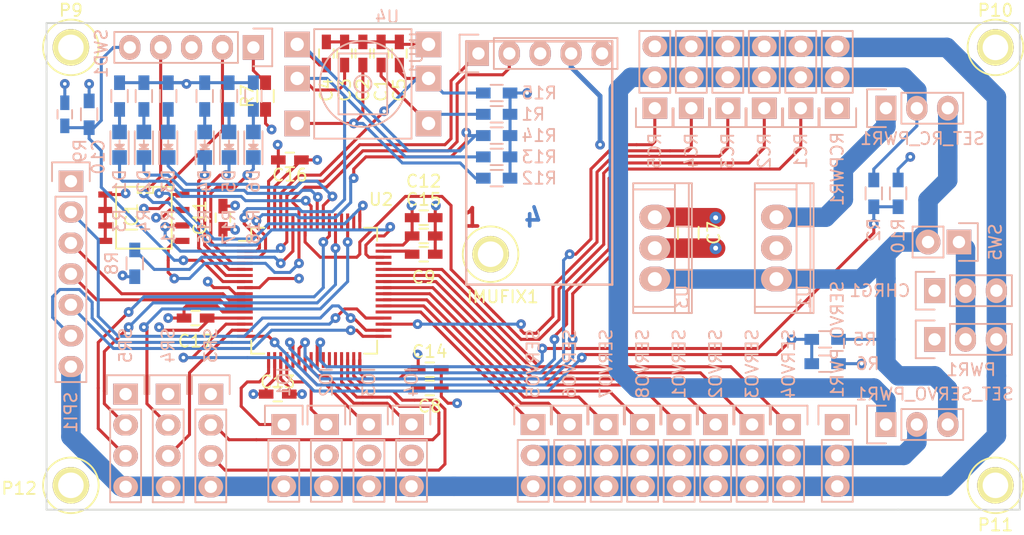
<source format=kicad_pcb>
(kicad_pcb (version 20171130) (host pcbnew "(5.1.2)-1")
  (layers (0 F.Cu signal) (1 In1.Cu signal) (2 In2.Cu signal) (31 B.Cu signal) (34 B.Paste user hide) (35 F.Paste user hide) (36 B.SilkS user) (37 F.SilkS user) (38 B.Mask user) (39 F.Mask user) (44 Edge.Cuts user))
  (net 0 "")
  (net 1 /BUTTON.0)
  (net 2 GND)
  (net 3 3.3ANALOG)
  (net 4 "Net-(C8-Pad2)")
  (net 5 "Net-(C9-Pad2)")
  (net 6 /RESET)
  (net 7 "Net-(D1-Pad2)")
  (net 8 /LED.1)
  (net 9 "Net-(D2-Pad2)")
  (net 10 /LED.0)
  (net 11 /EEPROM.SCL)
  (net 12 /EEPROM.SDA)
  (net 13 /BOOT)
  (net 14 /RX_CHANNEL_1)
  (net 15 /RX_CHANNEL_2)
  (net 16 /RX_CHANNEL_3)
  (net 17 /RX_CHANNEL_4)
  (net 18 HVOUTPUT)
  (net 19 /SPI_SCK)
  (net 20 /SPI_MISO)
  (net 21 /SPI_MOSI)
  (net 22 /SPI_CS)
  (net 23 /SWCLK)
  (net 24 /SWDIO)
  (net 25 /SERVO_CHANNEL_1)
  (net 26 /SERVO_CHANNEL_2)
  (net 27 /SERVO_CHANNEL_3)
  (net 28 /SERVO_CHANNEL_4)
  (net 29 /SERVO_CHANNEL_5)
  (net 30 /SERVO_CHANNEL_6)
  (net 31 /SERVO_CHANNEL_7)
  (net 32 /SERVO_CHANNEL_8)
  (net 33 /VBATT/3)
  (net 34 /GPIO_0)
  (net 35 /GPIO_1)
  (net 36 /BUTTON.1)
  (net 37 /BUTTON.2)
  (net 38 /BUTTON.3)
  (net 39 /BUTTON.4)
  (net 40 "Net-(D3-Pad2)")
  (net 41 /LED.2)
  (net 42 "Net-(D4-Pad2)")
  (net 43 /LED.3)
  (net 44 "Net-(D5-Pad2)")
  (net 45 /LED.4)
  (net 46 "Net-(D6-Pad2)")
  (net 47 /LED.5)
  (net 48 5V)
  (net 49 VRX)
  (net 50 VBAT)
  (net 51 /UART3_TX)
  (net 52 /UART3_RX)
  (net 53 /GPIO_2)
  (net 54 /RX_CHANNEL_5)
  (net 55 /UART4_TX)
  (net 56 /UART4_RX)
  (net 57 /UART5_TX)
  (net 58 /UART5_RX)
  (net 59 /GPIO_3)
  (net 60 /SPI_INT)
  (net 61 /VRX/3)
  (net 62 "Net-(CHRG1-Pad2)")
  (net 63 "Net-(R7-Pad1)")
  (module Capacitors_SMD:C_0603_HandSoldering (layer F.Cu) (at 152.5 57.5 90)
    (fp_text reference C1 (at -3 0 90) (layer F.SilkS))
    (fp_text value 100nF)
    (pad 1 smd rect (at -0.95 0 90) (size 1.2 0.75) (layers F.Cu F.Paste F.Mask) (net 1 /BUTTON.0))
    (pad 2 smd rect (at 0.95 0 90) (size 1.2 0.75) (layers F.Cu F.Paste F.Mask) (net 2 GND))
  )
  (module Capacitors_SMD:C_0805_HandSoldering (layer F.Cu) (at 177.75 72.25 270)
    (fp_text reference C7 (at 0 -2.1 270) (layer F.SilkS))
    (fp_text value 10uF)
    (pad 1 smd rect (at -1.25 0 270) (size 1.5 1.25) (layers F.Cu F.Paste F.Mask) (net 3 3.3ANALOG))
    (pad 2 smd rect (at 1.25 0 270) (size 1.5 1.25) (layers F.Cu F.Paste F.Mask) (net 2 GND))
  )
  (module Capacitors_SMD:C_0603_HandSoldering (layer F.Cu) (at 156.5 85 180)
    (fp_text reference C8 (at 0 -1.5 180) (layer F.SilkS))
    (fp_text value 2.2uF)
    (pad 1 smd rect (at -0.95 0 180) (size 1.2 0.75) (layers F.Cu F.Paste F.Mask) (net 2 GND))
    (pad 2 smd rect (at 0.95 0 180) (size 1.2 0.75) (layers F.Cu F.Paste F.Mask) (net 4 "Net-(C8-Pad2)"))
  )
  (module Capacitors_SMD:C_0603_HandSoldering (layer F.Cu) (at 156 74 180)
    (fp_text reference C9 (at 0 -1.9 180) (layer F.SilkS))
    (fp_text value 2.2uF)
    (pad 1 smd rect (at -0.95 0 180) (size 1.2 0.75) (layers F.Cu F.Paste F.Mask) (net 2 GND))
    (pad 2 smd rect (at 0.95 0 180) (size 1.2 0.75) (layers F.Cu F.Paste F.Mask) (net 5 "Net-(C9-Pad2)"))
  )
  (module Capacitors_SMD:C_0603_HandSoldering (layer B.Cu) (at 126.5 62.5 90)
    (fp_text reference C10 (at -3.5 2.75 90) (layer B.SilkS) (effects (justify mirror)))
    (fp_text value 100nF)
    (pad 1 smd rect (at -0.95 0 90) (size 1.2 0.75) (layers B.Cu B.Paste B.Mask) (net 6 /RESET))
    (pad 2 smd rect (at 0.95 0 90) (size 1.2 0.75) (layers B.Cu B.Paste B.Mask) (net 2 GND))
  )
  (module Capacitors_SMD:C_0603_HandSoldering (layer F.Cu) (at 139.5 71 90)
    (fp_text reference C11 (at 0 -1.9 90) (layer F.SilkS))
    (fp_text value 1uF)
    (pad 1 smd rect (at -0.95 0 90) (size 1.2 0.75) (layers F.Cu F.Paste F.Mask) (net 3 3.3ANALOG))
    (pad 2 smd rect (at 0.95 0 90) (size 1.2 0.75) (layers F.Cu F.Paste F.Mask) (net 2 GND))
  )
  (module Capacitors_SMD:C_0603_HandSoldering (layer F.Cu) (at 156 71)
    (fp_text reference C12 (at 0 -3) (layer F.SilkS))
    (fp_text value 4.7uF)
    (pad 1 smd rect (at -0.95 0) (size 1.2 0.75) (layers F.Cu F.Paste F.Mask) (net 3 3.3ANALOG))
    (pad 2 smd rect (at 0.95 0) (size 1.2 0.75) (layers F.Cu F.Paste F.Mask) (net 2 GND))
  )
  (module Capacitors_SMD:C_0603_HandSoldering (layer F.Cu) (at 144 85.5 180)
    (fp_text reference C13 (at 0 1 180) (layer F.SilkS))
    (fp_text value 100nF)
    (pad 1 smd rect (at -0.95 0 180) (size 1.2 0.75) (layers F.Cu F.Paste F.Mask) (net 3 3.3ANALOG))
    (pad 2 smd rect (at 0.95 0 180) (size 1.2 0.75) (layers F.Cu F.Paste F.Mask) (net 2 GND))
  )
  (module Capacitors_SMD:C_0603_HandSoldering (layer F.Cu) (at 156.5 83.5)
    (fp_text reference C14 (at 0 -1.5) (layer F.SilkS))
    (fp_text value 100nF)
    (pad 1 smd rect (at -0.95 0) (size 1.2 0.75) (layers F.Cu F.Paste F.Mask) (net 3 3.3ANALOG))
    (pad 2 smd rect (at 0.95 0) (size 1.2 0.75) (layers F.Cu F.Paste F.Mask) (net 2 GND))
  )
  (module Capacitors_SMD:C_0603_HandSoldering (layer F.Cu) (at 156 72.5)
    (fp_text reference C15 (at 0 -3) (layer F.SilkS))
    (fp_text value 100nF)
    (pad 1 smd rect (at -0.95 0) (size 1.2 0.75) (layers F.Cu F.Paste F.Mask) (net 3 3.3ANALOG))
    (pad 2 smd rect (at 0.95 0) (size 1.2 0.75) (layers F.Cu F.Paste F.Mask) (net 2 GND))
  )
  (module Capacitors_SMD:C_0603_HandSoldering (layer F.Cu) (at 145 66.25)
    (fp_text reference C16 (at 0 1.25) (layer F.SilkS))
    (fp_text value 100nF)
    (pad 1 smd rect (at -0.95 0) (size 1.2 0.75) (layers F.Cu F.Paste F.Mask) (net 3 3.3ANALOG))
    (pad 2 smd rect (at 0.95 0) (size 1.2 0.75) (layers F.Cu F.Paste F.Mask) (net 2 GND))
  )
  (module Capacitors_SMD:C_0603_HandSoldering (layer F.Cu) (at 137.25 79.25 180)
    (fp_text reference C17 (at 0 -1.9 180) (layer F.SilkS))
    (fp_text value 100nF)
    (pad 1 smd rect (at -0.95 0 180) (size 1.2 0.75) (layers F.Cu F.Paste F.Mask) (net 3 3.3ANALOG))
    (pad 2 smd rect (at 0.95 0 180) (size 1.2 0.75) (layers F.Cu F.Paste F.Mask) (net 2 GND))
  )
  (module Pin_Headers:Pin_Header_Straight_1x03 (layer B.Cu) (at 198 77 270)
    (fp_text reference CHRG1 (at 0 4.5) (layer B.SilkS) (effects (justify mirror)))
    (fp_text value CONN_01X03)
    (pad 1 thru_hole rect (at 0 0 270) (size 2.032 1.7272) (drill 1.016) (layers *.Cu *.Mask B.SilkS))
    (pad 2 thru_hole oval (at 0 -2.54 270) (size 2.032 1.7272) (drill 1.016) (layers *.Cu *.Mask B.SilkS) (net 62 "Net-(CHRG1-Pad2)"))
    (pad 3 thru_hole oval (at 0 -5.08 270) (size 2.032 1.7272) (drill 1.016) (layers *.Cu *.Mask B.SilkS) (net 2 GND))
  )
  (module LEDs:LED-0805 (layer B.Cu) (at 131 65 90)
    (fp_text reference D1 (at -3 0 90) (layer B.SilkS) (effects (justify mirror)))
    (fp_text value LED)
    (pad 2 smd rect (at 1.04902 0 270) (size 1.19888 1.19888) (layers B.Cu B.Paste B.Mask) (net 7 "Net-(D1-Pad2)"))
    (pad 1 smd rect (at -1.04902 0 270) (size 1.19888 1.19888) (layers B.Cu B.Paste B.Mask) (net 8 /LED.1))
  )
  (module LEDs:LED-0805 (layer B.Cu) (at 133 65 90)
    (fp_text reference D2 (at -3 0 90) (layer B.SilkS) (effects (justify mirror)))
    (fp_text value LED)
    (pad 2 smd rect (at 1.04902 0 270) (size 1.19888 1.19888) (layers B.Cu B.Paste B.Mask) (net 9 "Net-(D2-Pad2)"))
    (pad 1 smd rect (at -1.04902 0 270) (size 1.19888 1.19888) (layers B.Cu B.Paste B.Mask) (net 10 /LED.0))
  )
  (module LEDs:LED-0805 (layer B.Cu) (at 135 65 90)
    (fp_text reference D3 (at -3 0 90) (layer B.SilkS) (effects (justify mirror)))
    (fp_text value LED)
    (pad 2 smd rect (at 1.04902 0 270) (size 1.19888 1.19888) (layers B.Cu B.Paste B.Mask) (net 40 "Net-(D3-Pad2)"))
    (pad 1 smd rect (at -1.04902 0 270) (size 1.19888 1.19888) (layers B.Cu B.Paste B.Mask) (net 41 /LED.2))
  )
  (module LEDs:LED-0805 (layer B.Cu) (at 138 65 90)
    (fp_text reference D4 (at -3 0 90) (layer B.SilkS) (effects (justify mirror)))
    (fp_text value LED)
    (pad 2 smd rect (at 1.04902 0 270) (size 1.19888 1.19888) (layers B.Cu B.Paste B.Mask) (net 42 "Net-(D4-Pad2)"))
    (pad 1 smd rect (at -1.04902 0 270) (size 1.19888 1.19888) (layers B.Cu B.Paste B.Mask) (net 43 /LED.3))
  )
  (module LEDs:LED-0805 (layer B.Cu) (at 140 65 90)
    (fp_text reference D5 (at -3 0 90) (layer B.SilkS) (effects (justify mirror)))
    (fp_text value LED)
    (pad 2 smd rect (at 1.04902 0 270) (size 1.19888 1.19888) (layers B.Cu B.Paste B.Mask) (net 44 "Net-(D5-Pad2)"))
    (pad 1 smd rect (at -1.04902 0 270) (size 1.19888 1.19888) (layers B.Cu B.Paste B.Mask) (net 45 /LED.4))
  )
  (module LEDs:LED-0805 (layer B.Cu) (at 142 65 90)
    (fp_text reference D6 (at -3 0 90) (layer B.SilkS) (effects (justify mirror)))
    (fp_text value LED)
    (pad 2 smd rect (at 1.04902 0 270) (size 1.19888 1.19888) (layers B.Cu B.Paste B.Mask) (net 46 "Net-(D6-Pad2)"))
    (pad 1 smd rect (at -1.04902 0 270) (size 1.19888 1.19888) (layers B.Cu B.Paste B.Mask) (net 47 /LED.5))
  )
  (module SMD_Packages:SOIC-8-N (layer F.Cu) (at 133 71 270)
    (fp_text reference IC1 (at 0 1 270) (layer F.SilkS))
    (fp_text value AT24CS01-MAHM)
    (pad 8 smd rect (at -1.905 -3.175 270) (size 0.508 1.143) (layers F.Cu F.Paste F.Mask) (net 3 3.3ANALOG))
    (pad 7 smd rect (at -0.635 -3.175 270) (size 0.508 1.143) (layers F.Cu F.Paste F.Mask) (net 2 GND))
    (pad 6 smd rect (at 0.635 -3.175 270) (size 0.508 1.143) (layers F.Cu F.Paste F.Mask) (net 11 /EEPROM.SCL))
    (pad 5 smd rect (at 1.905 -3.175 270) (size 0.508 1.143) (layers F.Cu F.Paste F.Mask) (net 12 /EEPROM.SDA))
    (pad 4 smd rect (at 1.905 3.175 270) (size 0.508 1.143) (layers F.Cu F.Paste F.Mask) (net 2 GND))
    (pad 3 smd rect (at 0.635 3.175 270) (size 0.508 1.143) (layers F.Cu F.Paste F.Mask) (net 2 GND))
    (pad 2 smd rect (at -0.635 3.175 270) (size 0.508 1.143) (layers F.Cu F.Paste F.Mask) (net 2 GND))
    (pad 1 smd rect (at -1.905 3.175 270) (size 0.508 1.143) (layers F.Cu F.Paste F.Mask) (net 2 GND))
  )
  (module Pin_Headers:Pin_Header_Straight_1x05 (layer B.Cu) (at 160.5 57.5 270)
    (fp_text reference IMU1 (at 0 5.1 270) (layer B.SilkS) (effects (justify mirror)))
    (fp_text value CONN_01X05)
    (pad 1 thru_hole rect (at 0 0 270) (size 2.032 1.7272) (drill 1.016) (layers *.Cu *.Mask B.SilkS) (net 11 /EEPROM.SCL))
    (pad 2 thru_hole oval (at 0 -2.54 270) (size 2.032 1.7272) (drill 1.016) (layers *.Cu *.Mask B.SilkS) (net 12 /EEPROM.SDA))
    (pad 3 thru_hole oval (at 0 -5.08 270) (size 2.032 1.7272) (drill 1.016) (layers *.Cu *.Mask B.SilkS) (net 2 GND))
    (pad 4 thru_hole oval (at 0 -7.62 270) (size 2.032 1.7272) (drill 1.016) (layers *.Cu *.Mask B.SilkS) (net 48 5V))
    (pad 5 thru_hole oval (at 0 -10.16 270) (size 2.032 1.7272) (drill 1.016) (layers *.Cu *.Mask B.SilkS))
  )
  (module Connect:1pin (layer F.Cu) (at 161.5 74)
    (fp_text reference IMUFIX1 (at 1 3.5) (layer F.SilkS))
    (fp_text value TST)
    (pad 1 thru_hole circle (at 0 0) (size 3 3) (drill 2.1) (layers *.Cu *.Mask F.SilkS))
  )
  (module Pin_Headers:Pin_Header_Straight_1x03 (layer B.Cu) (at 144.5 88 180)
    (fp_text reference IO1 (at 0 3.5 270) (layer B.SilkS) (effects (justify mirror)))
    (fp_text value CONN_01X03)
    (pad 1 thru_hole rect (at 0 0 180) (size 2.032 1.7272) (drill 1.016) (layers *.Cu *.Mask B.SilkS) (net 34 /GPIO_0))
    (pad 2 thru_hole oval (at 0 -2.54 180) (size 2.032 1.7272) (drill 1.016) (layers *.Cu *.Mask B.SilkS) (net 3 3.3ANALOG))
    (pad 3 thru_hole oval (at 0 -5.08 180) (size 2.032 1.7272) (drill 1.016) (layers *.Cu *.Mask B.SilkS) (net 2 GND))
  )
  (module Pin_Headers:Pin_Header_Straight_1x03 (layer B.Cu) (at 148 88 180)
    (fp_text reference IO2 (at 0 3.5 270) (layer B.SilkS) (effects (justify mirror)))
    (fp_text value CONN_01X03)
    (pad 1 thru_hole rect (at 0 0 180) (size 2.032 1.7272) (drill 1.016) (layers *.Cu *.Mask B.SilkS) (net 35 /GPIO_1))
    (pad 2 thru_hole oval (at 0 -2.54 180) (size 2.032 1.7272) (drill 1.016) (layers *.Cu *.Mask B.SilkS) (net 3 3.3ANALOG))
    (pad 3 thru_hole oval (at 0 -5.08 180) (size 2.032 1.7272) (drill 1.016) (layers *.Cu *.Mask B.SilkS) (net 2 GND))
  )
  (module Pin_Headers:Pin_Header_Straight_1x03 (layer B.Cu) (at 151.5 88 180)
    (fp_text reference IO3 (at 0 3.5 270) (layer B.SilkS) (effects (justify mirror)))
    (fp_text value CONN_01X03)
    (pad 1 thru_hole rect (at 0 0 180) (size 2.032 1.7272) (drill 1.016) (layers *.Cu *.Mask B.SilkS) (net 53 /GPIO_2))
    (pad 2 thru_hole oval (at 0 -2.54 180) (size 2.032 1.7272) (drill 1.016) (layers *.Cu *.Mask B.SilkS) (net 3 3.3ANALOG))
    (pad 3 thru_hole oval (at 0 -5.08 180) (size 2.032 1.7272) (drill 1.016) (layers *.Cu *.Mask B.SilkS) (net 2 GND))
  )
  (module Pin_Headers:Pin_Header_Straight_1x03 (layer B.Cu) (at 155 88 180)
    (fp_text reference IO4 (at 0 3.5 270) (layer B.SilkS) (effects (justify mirror)))
    (fp_text value CONN_01X03)
    (pad 1 thru_hole rect (at 0 0 180) (size 2.032 1.7272) (drill 1.016) (layers *.Cu *.Mask B.SilkS) (net 59 /GPIO_3))
    (pad 2 thru_hole oval (at 0 -2.54 180) (size 2.032 1.7272) (drill 1.016) (layers *.Cu *.Mask B.SilkS) (net 3 3.3ANALOG))
    (pad 3 thru_hole oval (at 0 -5.08 180) (size 2.032 1.7272) (drill 1.016) (layers *.Cu *.Mask B.SilkS) (net 2 GND))
  )
  (module Connect:1pin (layer F.Cu) (at 127 57)
    (fp_text reference P9 (at 0 -3.048) (layer F.SilkS))
    (fp_text value TST)
    (pad 1 thru_hole circle (at 0 0) (size 3 3) (drill 2.1) (layers *.Cu *.Mask F.SilkS))
  )
  (module Connect:1pin (layer F.Cu) (at 203 57)
    (fp_text reference P10 (at 0 -3.048) (layer F.SilkS))
    (fp_text value TST)
    (pad 1 thru_hole circle (at 0 0) (size 3 3) (drill 2.1) (layers *.Cu *.Mask F.SilkS))
  )
  (module Connect:1pin (layer F.Cu) (at 203 93)
    (fp_text reference P11 (at 0 3.25) (layer F.SilkS))
    (fp_text value TST)
    (pad 1 thru_hole circle (at 0 0) (size 3 3) (drill 2.1) (layers *.Cu *.Mask F.SilkS))
  )
  (module Connect:1pin (layer F.Cu) (at 127 93)
    (fp_text reference P12 (at -4.25 0.25) (layer F.SilkS))
    (fp_text value TST)
    (pad 1 thru_hole circle (at 0 0) (size 3 3) (drill 2.1) (layers *.Cu *.Mask F.SilkS))
  )
  (module Pin_Headers:Pin_Header_Straight_1x03 (layer B.Cu) (at 198 81 270)
    (fp_text reference PWR1 (at 2.5 -3) (layer B.SilkS) (effects (justify mirror)))
    (fp_text value CONN_01X03)
    (pad 1 thru_hole rect (at 0 0 270) (size 2.032 1.7272) (drill 1.016) (layers *.Cu *.Mask B.SilkS))
    (pad 2 thru_hole oval (at 0 -2.54 270) (size 2.032 1.7272) (drill 1.016) (layers *.Cu *.Mask B.SilkS) (net 62 "Net-(CHRG1-Pad2)"))
    (pad 3 thru_hole oval (at 0 -5.08 270) (size 2.032 1.7272) (drill 1.016) (layers *.Cu *.Mask B.SilkS) (net 2 GND))
  )
  (module Resistors_SMD:R_0603_HandSoldering (layer B.Cu) (at 162 62.5 180)
    (fp_text reference R1 (at -3 0 180) (layer B.SilkS) (effects (justify mirror)))
    (fp_text value 10k)
    (pad 1 smd rect (at -1.1 0 180) (size 1.2 0.9) (layers B.Cu B.Paste B.Mask) (net 3 3.3ANALOG))
    (pad 2 smd rect (at 1.1 0 180) (size 1.2 0.9) (layers B.Cu B.Paste B.Mask) (net 1 /BUTTON.0))
  )
  (module Resistors_SMD:R_0603_HandSoldering (layer B.Cu) (at 193 69 270)
    (fp_text reference R2 (at 3 0 270) (layer B.SilkS) (effects (justify mirror)))
    (fp_text value 20k)
    (pad 1 smd rect (at -1.1 0 270) (size 1.2 0.9) (layers B.Cu B.Paste B.Mask) (net 49 VRX))
    (pad 2 smd rect (at 1.1 0 270) (size 1.2 0.9) (layers B.Cu B.Paste B.Mask) (net 61 /VRX/3))
  )
  (module Resistors_SMD:R_0603_HandSoldering (layer B.Cu) (at 131 61 270)
    (fp_text reference R3 (at 10.25 0 270) (layer B.SilkS) (effects (justify mirror)))
    (fp_text value 60)
    (pad 1 smd rect (at -1.1 0 270) (size 1.2 0.9) (layers B.Cu B.Paste B.Mask) (net 3 3.3ANALOG))
    (pad 2 smd rect (at 1.1 0 270) (size 1.2 0.9) (layers B.Cu B.Paste B.Mask) (net 7 "Net-(D1-Pad2)"))
  )
  (module Resistors_SMD:R_0603_HandSoldering (layer B.Cu) (at 133 61 270)
    (fp_text reference R4 (at 10.25 0 270) (layer B.SilkS) (effects (justify mirror)))
    (fp_text value 60)
    (pad 1 smd rect (at -1.1 0 270) (size 1.2 0.9) (layers B.Cu B.Paste B.Mask) (net 3 3.3ANALOG))
    (pad 2 smd rect (at 1.1 0 270) (size 1.2 0.9) (layers B.Cu B.Paste B.Mask) (net 9 "Net-(D2-Pad2)"))
  )
  (module Resistors_SMD:R_0603_HandSoldering (layer B.Cu) (at 189 81 180)
    (fp_text reference R5 (at -3.25 0 180) (layer B.SilkS) (effects (justify mirror)))
    (fp_text value 20k)
    (pad 1 smd rect (at -1.1 0 180) (size 1.2 0.9) (layers B.Cu B.Paste B.Mask) (net 50 VBAT))
    (pad 2 smd rect (at 1.1 0 180) (size 1.2 0.9) (layers B.Cu B.Paste B.Mask) (net 33 /VBATT/3))
  )
  (module Resistors_SMD:R_0603_HandSoldering (layer B.Cu) (at 189 83)
    (fp_text reference R6 (at 3.5 0) (layer B.SilkS) (effects (justify mirror)))
    (fp_text value 10k)
    (pad 1 smd rect (at -1.1 0) (size 1.2 0.9) (layers B.Cu B.Paste B.Mask) (net 33 /VBATT/3))
    (pad 2 smd rect (at 1.1 0) (size 1.2 0.9) (layers B.Cu B.Paste B.Mask) (net 2 GND))
  )
  (module Resistors_SMD:R_0603_HandSoldering (layer F.Cu) (at 143 61 270)
    (fp_text reference R7 (at 0 1.5 270) (layer F.SilkS))
    (fp_text value 100)
    (pad 1 smd rect (at -1.1 0 270) (size 1.2 0.9) (layers F.Cu F.Paste F.Mask) (net 63 "Net-(R7-Pad1)"))
    (pad 2 smd rect (at 1.1 0 270) (size 1.2 0.9) (layers F.Cu F.Paste F.Mask) (net 3 3.3ANALOG))
  )
  (module Resistors_SMD:R_0603_HandSoldering (layer B.Cu) (at 132.25 74.75 270)
    (fp_text reference R8 (at 0 1.9 270) (layer B.SilkS) (effects (justify mirror)))
    (fp_text value 10k)
    (pad 1 smd rect (at -1.1 0 270) (size 1.2 0.9) (layers B.Cu B.Paste B.Mask) (net 13 /BOOT))
    (pad 2 smd rect (at 1.1 0 270) (size 1.2 0.9) (layers B.Cu B.Paste B.Mask) (net 2 GND))
  )
  (module Resistors_SMD:R_0603_HandSoldering (layer B.Cu) (at 128.5 62.5 270)
    (fp_text reference R9 (at 3 0.75 270) (layer B.SilkS) (effects (justify mirror)))
    (fp_text value 100k)
    (pad 1 smd rect (at -1.1 0 270) (size 1.2 0.9) (layers B.Cu B.Paste B.Mask) (net 3 3.3ANALOG))
    (pad 2 smd rect (at 1.1 0 270) (size 1.2 0.9) (layers B.Cu B.Paste B.Mask) (net 6 /RESET))
  )
  (module Resistors_SMD:R_0603_HandSoldering (layer B.Cu) (at 195 69 90)
    (fp_text reference R10 (at -3.5 0 270) (layer B.SilkS) (effects (justify mirror)))
    (fp_text value 10k)
    (pad 1 smd rect (at -1.1 0 90) (size 1.2 0.9) (layers B.Cu B.Paste B.Mask) (net 61 /VRX/3))
    (pad 2 smd rect (at 1.1 0 90) (size 1.2 0.9) (layers B.Cu B.Paste B.Mask) (net 2 GND))
  )
  (module Resistors_SMD:R_0603_HandSoldering (layer B.Cu) (at 135 61 270)
    (fp_text reference R11 (at 10.75 0 270) (layer B.SilkS) (effects (justify mirror)))
    (fp_text value 60)
    (pad 1 smd rect (at -1.1 0 270) (size 1.2 0.9) (layers B.Cu B.Paste B.Mask) (net 3 3.3ANALOG))
    (pad 2 smd rect (at 1.1 0 270) (size 1.2 0.9) (layers B.Cu B.Paste B.Mask) (net 40 "Net-(D3-Pad2)"))
  )
  (module Resistors_SMD:R_0603_HandSoldering (layer B.Cu) (at 138 61 270)
    (fp_text reference R16 (at 10.75 0 270) (layer B.SilkS) (effects (justify mirror)))
    (fp_text value 60)
    (pad 1 smd rect (at -1.1 0 270) (size 1.2 0.9) (layers B.Cu B.Paste B.Mask) (net 3 3.3ANALOG))
    (pad 2 smd rect (at 1.1 0 270) (size 1.2 0.9) (layers B.Cu B.Paste B.Mask) (net 42 "Net-(D4-Pad2)"))
  )
  (module Resistors_SMD:R_0603_HandSoldering (layer B.Cu) (at 140 61 270)
    (fp_text reference R17 (at 10.75 0 270) (layer B.SilkS) (effects (justify mirror)))
    (fp_text value 60)
    (pad 1 smd rect (at -1.1 0 270) (size 1.2 0.9) (layers B.Cu B.Paste B.Mask) (net 3 3.3ANALOG))
    (pad 2 smd rect (at 1.1 0 270) (size 1.2 0.9) (layers B.Cu B.Paste B.Mask) (net 44 "Net-(D5-Pad2)"))
  )
  (module Resistors_SMD:R_0603_HandSoldering (layer B.Cu) (at 142 61 270)
    (fp_text reference R18 (at 10.75 0 270) (layer B.SilkS) (effects (justify mirror)))
    (fp_text value 60)
    (pad 1 smd rect (at -1.1 0 270) (size 1.2 0.9) (layers B.Cu B.Paste B.Mask) (net 3 3.3ANALOG))
    (pad 2 smd rect (at 1.1 0 270) (size 1.2 0.9) (layers B.Cu B.Paste B.Mask) (net 46 "Net-(D6-Pad2)"))
  )
  (module Pin_Headers:Pin_Header_Straight_1x03 (layer B.Cu) (at 187 62)
    (fp_text reference RC1 (at 0 3.5 90) (layer B.SilkS) (effects (justify mirror)))
    (fp_text value CONN_01X03)
    (pad 1 thru_hole rect (at 0 0) (size 2.032 1.7272) (drill 1.016) (layers *.Cu *.Mask B.SilkS) (net 14 /RX_CHANNEL_1))
    (pad 2 thru_hole oval (at 0 -2.54) (size 2.032 1.7272) (drill 1.016) (layers *.Cu *.Mask B.SilkS) (net 49 VRX))
    (pad 3 thru_hole oval (at 0 -5.08) (size 2.032 1.7272) (drill 1.016) (layers *.Cu *.Mask B.SilkS) (net 2 GND))
  )
  (module Pin_Headers:Pin_Header_Straight_1x03 (layer B.Cu) (at 184 62)
    (fp_text reference RC2 (at 0 3.5 90) (layer B.SilkS) (effects (justify mirror)))
    (fp_text value CONN_01X03)
    (pad 1 thru_hole rect (at 0 0) (size 2.032 1.7272) (drill 1.016) (layers *.Cu *.Mask B.SilkS) (net 15 /RX_CHANNEL_2))
    (pad 2 thru_hole oval (at 0 -2.54) (size 2.032 1.7272) (drill 1.016) (layers *.Cu *.Mask B.SilkS) (net 49 VRX))
    (pad 3 thru_hole oval (at 0 -5.08) (size 2.032 1.7272) (drill 1.016) (layers *.Cu *.Mask B.SilkS) (net 2 GND))
  )
  (module Pin_Headers:Pin_Header_Straight_1x03 (layer B.Cu) (at 181 62)
    (fp_text reference RC3 (at 0 3.5 90) (layer B.SilkS) (effects (justify mirror)))
    (fp_text value CONN_01X03)
    (pad 1 thru_hole rect (at 0 0) (size 2.032 1.7272) (drill 1.016) (layers *.Cu *.Mask B.SilkS) (net 16 /RX_CHANNEL_3))
    (pad 2 thru_hole oval (at 0 -2.54) (size 2.032 1.7272) (drill 1.016) (layers *.Cu *.Mask B.SilkS) (net 49 VRX))
    (pad 3 thru_hole oval (at 0 -5.08) (size 2.032 1.7272) (drill 1.016) (layers *.Cu *.Mask B.SilkS) (net 2 GND))
  )
  (module Pin_Headers:Pin_Header_Straight_1x03 (layer B.Cu) (at 178 62)
    (fp_text reference RC4 (at 0 3.5 90) (layer B.SilkS) (effects (justify mirror)))
    (fp_text value CONN_01X03)
    (pad 1 thru_hole rect (at 0 0) (size 2.032 1.7272) (drill 1.016) (layers *.Cu *.Mask B.SilkS) (net 17 /RX_CHANNEL_4))
    (pad 2 thru_hole oval (at 0 -2.54) (size 2.032 1.7272) (drill 1.016) (layers *.Cu *.Mask B.SilkS) (net 49 VRX))
    (pad 3 thru_hole oval (at 0 -5.08) (size 2.032 1.7272) (drill 1.016) (layers *.Cu *.Mask B.SilkS) (net 2 GND))
  )
  (module Pin_Headers:Pin_Header_Straight_1x03 (layer B.Cu) (at 175 62)
    (fp_text reference RC5 (at 0 3.5 90) (layer B.SilkS) (effects (justify mirror)))
    (fp_text value CONN_01X03)
    (pad 1 thru_hole rect (at 0 0) (size 2.032 1.7272) (drill 1.016) (layers *.Cu *.Mask B.SilkS) (net 54 /RX_CHANNEL_5))
    (pad 2 thru_hole oval (at 0 -2.54) (size 2.032 1.7272) (drill 1.016) (layers *.Cu *.Mask B.SilkS) (net 49 VRX))
    (pad 3 thru_hole oval (at 0 -5.08) (size 2.032 1.7272) (drill 1.016) (layers *.Cu *.Mask B.SilkS) (net 2 GND))
  )
  (module Pin_Headers:Pin_Header_Straight_1x03 (layer B.Cu) (at 190 62)
    (fp_text reference RCPWR1 (at 0 5 90) (layer B.SilkS) (effects (justify mirror)))
    (fp_text value CONN_01X03)
    (pad 1 thru_hole rect (at 0 0) (size 2.032 1.7272) (drill 1.016) (layers *.Cu *.Mask B.SilkS))
    (pad 2 thru_hole oval (at 0 -2.54) (size 2.032 1.7272) (drill 1.016) (layers *.Cu *.Mask B.SilkS) (net 49 VRX))
    (pad 3 thru_hole oval (at 0 -5.08) (size 2.032 1.7272) (drill 1.016) (layers *.Cu *.Mask B.SilkS) (net 2 GND))
  )
  (module Pin_Headers:Pin_Header_Straight_1x03 (layer B.Cu) (at 177 88 180)
    (fp_text reference SERVO1 (at 0 5 270) (layer B.SilkS) (effects (justify mirror)))
    (fp_text value CONN_01X03)
    (pad 1 thru_hole rect (at 0 0 180) (size 2.032 1.7272) (drill 1.016) (layers *.Cu *.Mask B.SilkS) (net 25 /SERVO_CHANNEL_1))
    (pad 2 thru_hole oval (at 0 -2.54 180) (size 2.032 1.7272) (drill 1.016) (layers *.Cu *.Mask B.SilkS) (net 18 HVOUTPUT))
    (pad 3 thru_hole oval (at 0 -5.08 180) (size 2.032 1.7272) (drill 1.016) (layers *.Cu *.Mask B.SilkS) (net 2 GND))
  )
  (module Pin_Headers:Pin_Header_Straight_1x03 (layer B.Cu) (at 180 88 180)
    (fp_text reference SERVO2 (at 0 5 270) (layer B.SilkS) (effects (justify mirror)))
    (fp_text value CONN_01X03)
    (pad 1 thru_hole rect (at 0 0 180) (size 2.032 1.7272) (drill 1.016) (layers *.Cu *.Mask B.SilkS) (net 26 /SERVO_CHANNEL_2))
    (pad 2 thru_hole oval (at 0 -2.54 180) (size 2.032 1.7272) (drill 1.016) (layers *.Cu *.Mask B.SilkS) (net 18 HVOUTPUT))
    (pad 3 thru_hole oval (at 0 -5.08 180) (size 2.032 1.7272) (drill 1.016) (layers *.Cu *.Mask B.SilkS) (net 2 GND))
  )
  (module Pin_Headers:Pin_Header_Straight_1x03 (layer B.Cu) (at 183 88 180)
    (fp_text reference SERVO3 (at 0 5 270) (layer B.SilkS) (effects (justify mirror)))
    (fp_text value CONN_01X03)
    (pad 1 thru_hole rect (at 0 0 180) (size 2.032 1.7272) (drill 1.016) (layers *.Cu *.Mask B.SilkS) (net 27 /SERVO_CHANNEL_3))
    (pad 2 thru_hole oval (at 0 -2.54 180) (size 2.032 1.7272) (drill 1.016) (layers *.Cu *.Mask B.SilkS) (net 18 HVOUTPUT))
    (pad 3 thru_hole oval (at 0 -5.08 180) (size 2.032 1.7272) (drill 1.016) (layers *.Cu *.Mask B.SilkS) (net 2 GND))
  )
  (module Pin_Headers:Pin_Header_Straight_1x03 (layer B.Cu) (at 186 88 180)
    (fp_text reference SERVO4 (at 0 5 90) (layer B.SilkS) (effects (justify mirror)))
    (fp_text value CONN_01X03)
    (pad 1 thru_hole rect (at 0 0 180) (size 2.032 1.7272) (drill 1.016) (layers *.Cu *.Mask B.SilkS) (net 28 /SERVO_CHANNEL_4))
    (pad 2 thru_hole oval (at 0 -2.54 180) (size 2.032 1.7272) (drill 1.016) (layers *.Cu *.Mask B.SilkS) (net 18 HVOUTPUT))
    (pad 3 thru_hole oval (at 0 -5.08 180) (size 2.032 1.7272) (drill 1.016) (layers *.Cu *.Mask B.SilkS) (net 2 GND))
  )
  (module Pin_Headers:Pin_Header_Straight_1x03 (layer B.Cu) (at 165 88 180)
    (fp_text reference SERVO5 (at 0 5 270) (layer B.SilkS) (effects (justify mirror)))
    (fp_text value CONN_01X03)
    (pad 1 thru_hole rect (at 0 0 180) (size 2.032 1.7272) (drill 1.016) (layers *.Cu *.Mask B.SilkS) (net 29 /SERVO_CHANNEL_5))
    (pad 2 thru_hole oval (at 0 -2.54 180) (size 2.032 1.7272) (drill 1.016) (layers *.Cu *.Mask B.SilkS) (net 18 HVOUTPUT))
    (pad 3 thru_hole oval (at 0 -5.08 180) (size 2.032 1.7272) (drill 1.016) (layers *.Cu *.Mask B.SilkS) (net 2 GND))
  )
  (module Pin_Headers:Pin_Header_Straight_1x03 (layer B.Cu) (at 168 88 180)
    (fp_text reference SERVO6 (at 0 5 270) (layer B.SilkS) (effects (justify mirror)))
    (fp_text value CONN_01X03)
    (pad 1 thru_hole rect (at 0 0 180) (size 2.032 1.7272) (drill 1.016) (layers *.Cu *.Mask B.SilkS) (net 30 /SERVO_CHANNEL_6))
    (pad 2 thru_hole oval (at 0 -2.54 180) (size 2.032 1.7272) (drill 1.016) (layers *.Cu *.Mask B.SilkS) (net 18 HVOUTPUT))
    (pad 3 thru_hole oval (at 0 -5.08 180) (size 2.032 1.7272) (drill 1.016) (layers *.Cu *.Mask B.SilkS) (net 2 GND))
  )
  (module Pin_Headers:Pin_Header_Straight_1x03 (layer B.Cu) (at 171 88 180)
    (fp_text reference SERVO7 (at 0 5 270) (layer B.SilkS) (effects (justify mirror)))
    (fp_text value CONN_01X03)
    (pad 1 thru_hole rect (at 0 0 180) (size 2.032 1.7272) (drill 1.016) (layers *.Cu *.Mask B.SilkS) (net 31 /SERVO_CHANNEL_7))
    (pad 2 thru_hole oval (at 0 -2.54 180) (size 2.032 1.7272) (drill 1.016) (layers *.Cu *.Mask B.SilkS) (net 18 HVOUTPUT))
    (pad 3 thru_hole oval (at 0 -5.08 180) (size 2.032 1.7272) (drill 1.016) (layers *.Cu *.Mask B.SilkS) (net 2 GND))
  )
  (module Pin_Headers:Pin_Header_Straight_1x03 (layer B.Cu) (at 174 88 180)
    (fp_text reference SERVO8 (at 0 5 270) (layer B.SilkS) (effects (justify mirror)))
    (fp_text value CONN_01X03)
    (pad 1 thru_hole rect (at 0 0 180) (size 2.032 1.7272) (drill 1.016) (layers *.Cu *.Mask B.SilkS) (net 32 /SERVO_CHANNEL_8))
    (pad 2 thru_hole oval (at 0 -2.54 180) (size 2.032 1.7272) (drill 1.016) (layers *.Cu *.Mask B.SilkS) (net 18 HVOUTPUT))
    (pad 3 thru_hole oval (at 0 -5.08 180) (size 2.032 1.7272) (drill 1.016) (layers *.Cu *.Mask B.SilkS) (net 2 GND))
  )
  (module Pin_Headers:Pin_Header_Straight_1x03 (layer B.Cu) (at 190 88 180)
    (fp_text reference SERVO_PWR1 (at 0 7 270) (layer B.SilkS) (effects (justify mirror)))
    (fp_text value CONN_01X03)
    (pad 1 thru_hole rect (at 0 0 180) (size 2.032 1.7272) (drill 1.016) (layers *.Cu *.Mask B.SilkS))
    (pad 2 thru_hole oval (at 0 -2.54 180) (size 2.032 1.7272) (drill 1.016) (layers *.Cu *.Mask B.SilkS) (net 18 HVOUTPUT))
    (pad 3 thru_hole oval (at 0 -5.08 180) (size 2.032 1.7272) (drill 1.016) (layers *.Cu *.Mask B.SilkS) (net 2 GND))
  )
  (module Pin_Headers:Pin_Header_Straight_1x03 (layer B.Cu) (at 194 62 270)
    (fp_text reference SET_RC_PWR1 (at 2.5 -3) (layer B.SilkS) (effects (justify mirror)))
    (fp_text value CONN_01X03)
    (pad 1 thru_hole rect (at 0 0 270) (size 2.032 1.7272) (drill 1.016) (layers *.Cu *.Mask B.SilkS) (net 48 5V))
    (pad 2 thru_hole oval (at 0 -2.54 270) (size 2.032 1.7272) (drill 1.016) (layers *.Cu *.Mask B.SilkS) (net 49 VRX))
    (pad 3 thru_hole oval (at 0 -5.08 270) (size 2.032 1.7272) (drill 1.016) (layers *.Cu *.Mask B.SilkS) (net 50 VBAT))
  )
  (module Pin_Headers:Pin_Header_Straight_1x03 (layer B.Cu) (at 194 88 270)
    (fp_text reference SET_SERVO_PWR1 (at -2.5 -4) (layer B.SilkS) (effects (justify mirror)))
    (fp_text value CONN_01X03)
    (pad 1 thru_hole rect (at 0 0 270) (size 2.032 1.7272) (drill 1.016) (layers *.Cu *.Mask B.SilkS) (net 49 VRX))
    (pad 2 thru_hole oval (at 0 -2.54 270) (size 2.032 1.7272) (drill 1.016) (layers *.Cu *.Mask B.SilkS) (net 18 HVOUTPUT))
    (pad 3 thru_hole oval (at 0 -5.08 270) (size 2.032 1.7272) (drill 1.016) (layers *.Cu *.Mask B.SilkS) (net 50 VBAT))
  )
  (module Pin_Headers:Pin_Header_Straight_1x07 (layer B.Cu) (at 127 68 180)
    (fp_text reference SPI1 (at 0 -19 270) (layer B.SilkS) (effects (justify mirror)))
    (fp_text value CONN_01X07)
    (pad 1 thru_hole rect (at 0 0 180) (size 2.032 1.7272) (drill 1.016) (layers *.Cu *.Mask B.SilkS) (net 3 3.3ANALOG))
    (pad 2 thru_hole oval (at 0 -2.54 180) (size 2.032 1.7272) (drill 1.016) (layers *.Cu *.Mask B.SilkS) (net 19 /SPI_SCK))
    (pad 3 thru_hole oval (at 0 -5.08 180) (size 2.032 1.7272) (drill 1.016) (layers *.Cu *.Mask B.SilkS) (net 20 /SPI_MISO))
    (pad 4 thru_hole oval (at 0 -7.62 180) (size 2.032 1.7272) (drill 1.016) (layers *.Cu *.Mask B.SilkS) (net 21 /SPI_MOSI))
    (pad 5 thru_hole oval (at 0 -10.16 180) (size 2.032 1.7272) (drill 1.016) (layers *.Cu *.Mask B.SilkS) (net 22 /SPI_CS))
    (pad 6 thru_hole oval (at 0 -12.7 180) (size 2.032 1.7272) (drill 1.016) (layers *.Cu *.Mask B.SilkS) (net 60 /SPI_INT))
    (pad 7 thru_hole oval (at 0 -15.24 180) (size 2.032 1.7272) (drill 1.016) (layers *.Cu *.Mask B.SilkS) (net 2 GND))
  )
  (module Pin_Headers:Pin_Header_Straight_1x05 (layer B.Cu) (at 142 57 90)
    (fp_text reference SWD1 (at -0.5 -12.5 90) (layer B.SilkS) (effects (justify mirror)))
    (fp_text value CONN_01X05)
    (pad 1 thru_hole rect (at 0 0 90) (size 2.032 1.7272) (drill 1.016) (layers *.Cu *.Mask B.SilkS) (net 63 "Net-(R7-Pad1)"))
    (pad 2 thru_hole oval (at 0 -2.54 90) (size 2.032 1.7272) (drill 1.016) (layers *.Cu *.Mask B.SilkS) (net 23 /SWCLK))
    (pad 3 thru_hole oval (at 0 -5.08 90) (size 2.032 1.7272) (drill 1.016) (layers *.Cu *.Mask B.SilkS) (net 2 GND))
    (pad 4 thru_hole oval (at 0 -7.62 90) (size 2.032 1.7272) (drill 1.016) (layers *.Cu *.Mask B.SilkS) (net 24 /SWDIO))
    (pad 5 thru_hole oval (at 0 -10.16 90) (size 2.032 1.7272) (drill 1.016) (layers *.Cu *.Mask B.SilkS) (net 6 /RESET))
  )
  (module Housings_QFP:LQFP-64_10x10mm_Pitch0.5mm (layer F.Cu) (at 147 77)
    (fp_text reference U2 (at 5.5 -7.5) (layer F.SilkS))
    (fp_text value STM32F415RGT6)
    (pad 1 smd rect (at -5.7 -3.75) (size 1.3 0.25) (layers F.Cu F.Paste F.Mask) (net 3 3.3ANALOG))
    (pad 2 smd rect (at -5.7 -3.25) (size 1.3 0.25) (layers F.Cu F.Paste F.Mask) (net 37 /BUTTON.2))
    (pad 3 smd rect (at -5.7 -2.75) (size 1.3 0.25) (layers F.Cu F.Paste F.Mask) (net 38 /BUTTON.3))
    (pad 4 smd rect (at -5.7 -2.25) (size 1.3 0.25) (layers F.Cu F.Paste F.Mask) (net 47 /LED.5))
    (pad 5 smd rect (at -5.7 -1.75) (size 1.3 0.25) (layers F.Cu F.Paste F.Mask) (net 45 /LED.4))
    (pad 6 smd rect (at -5.7 -1.25) (size 1.3 0.25) (layers F.Cu F.Paste F.Mask) (net 43 /LED.3))
    (pad 7 smd rect (at -5.7 -0.75) (size 1.3 0.25) (layers F.Cu F.Paste F.Mask) (net 6 /RESET))
    (pad 8 smd rect (at -5.7 -0.25) (size 1.3 0.25) (layers F.Cu F.Paste F.Mask) (net 1 /BUTTON.0))
    (pad 9 smd rect (at -5.7 0.25) (size 1.3 0.25) (layers F.Cu F.Paste F.Mask) (net 36 /BUTTON.1))
    (pad 10 smd rect (at -5.7 0.75) (size 1.3 0.25) (layers F.Cu F.Paste F.Mask) (net 20 /SPI_MISO))
    (pad 11 smd rect (at -5.7 1.25) (size 1.3 0.25) (layers F.Cu F.Paste F.Mask) (net 21 /SPI_MOSI))
    (pad 12 smd rect (at -5.7 1.75) (size 1.3 0.25) (layers F.Cu F.Paste F.Mask) (net 2 GND))
    (pad 13 smd rect (at -5.7 2.25) (size 1.3 0.25) (layers F.Cu F.Paste F.Mask) (net 3 3.3ANALOG))
    (pad 14 smd rect (at -5.7 2.75) (size 1.3 0.25) (layers F.Cu F.Paste F.Mask) (net 33 /VBATT/3))
    (pad 15 smd rect (at -5.7 3.25) (size 1.3 0.25) (layers F.Cu F.Paste F.Mask) (net 56 /UART4_RX))
    (pad 16 smd rect (at -5.7 3.75) (size 1.3 0.25) (layers F.Cu F.Paste F.Mask) (net 14 /RX_CHANNEL_1))
    (pad 17 smd rect (at -3.75 5.7 90) (size 1.3 0.25) (layers F.Cu F.Paste F.Mask) (net 34 /GPIO_0))
    (pad 18 smd rect (at -3.25 5.7 90) (size 1.3 0.25) (layers F.Cu F.Paste F.Mask) (net 2 GND))
    (pad 19 smd rect (at -2.75 5.7 90) (size 1.3 0.25) (layers F.Cu F.Paste F.Mask) (net 3 3.3ANALOG))
    (pad 20 smd rect (at -2.25 5.7 90) (size 1.3 0.25) (layers F.Cu F.Paste F.Mask) (net 35 /GPIO_1))
    (pad 21 smd rect (at -1.75 5.7 90) (size 1.3 0.25) (layers F.Cu F.Paste F.Mask) (net 54 /RX_CHANNEL_5))
    (pad 22 smd rect (at -1.25 5.7 90) (size 1.3 0.25) (layers F.Cu F.Paste F.Mask) (net 15 /RX_CHANNEL_2))
    (pad 23 smd rect (at -0.75 5.7 90) (size 1.3 0.25) (layers F.Cu F.Paste F.Mask) (net 53 /GPIO_2))
    (pad 24 smd rect (at -0.25 5.7 90) (size 1.3 0.25) (layers F.Cu F.Paste F.Mask) (net 59 /GPIO_3))
    (pad 25 smd rect (at 0.25 5.7 90) (size 1.3 0.25) (layers F.Cu F.Paste F.Mask) (net 61 /VRX/3))
    (pad 26 smd rect (at 0.75 5.7 90) (size 1.3 0.25) (layers F.Cu F.Paste F.Mask))
    (pad 27 smd rect (at 1.25 5.7 90) (size 1.3 0.25) (layers F.Cu F.Paste F.Mask))
    (pad 28 smd rect (at 1.75 5.7 90) (size 1.3 0.25) (layers F.Cu F.Paste F.Mask))
    (pad 29 smd rect (at 2.25 5.7 90) (size 1.3 0.25) (layers F.Cu F.Paste F.Mask) (net 51 /UART3_TX))
    (pad 30 smd rect (at 2.75 5.7 90) (size 1.3 0.25) (layers F.Cu F.Paste F.Mask) (net 52 /UART3_RX))
    (pad 31 smd rect (at 3.25 5.7 90) (size 1.3 0.25) (layers F.Cu F.Paste F.Mask) (net 4 "Net-(C8-Pad2)"))
    (pad 32 smd rect (at 3.75 5.7 90) (size 1.3 0.25) (layers F.Cu F.Paste F.Mask) (net 3 3.3ANALOG))
    (pad 33 smd rect (at 5.7 3.75) (size 1.3 0.25) (layers F.Cu F.Paste F.Mask) (net 22 /SPI_CS))
    (pad 34 smd rect (at 5.7 3.25) (size 1.3 0.25) (layers F.Cu F.Paste F.Mask) (net 19 /SPI_SCK))
    (pad 35 smd rect (at 5.7 2.75) (size 1.3 0.25) (layers F.Cu F.Paste F.Mask) (net 17 /RX_CHANNEL_4))
    (pad 36 smd rect (at 5.7 2.25) (size 1.3 0.25) (layers F.Cu F.Paste F.Mask) (net 60 /SPI_INT))
    (pad 37 smd rect (at 5.7 1.75) (size 1.3 0.25) (layers F.Cu F.Paste F.Mask) (net 29 /SERVO_CHANNEL_5))
    (pad 38 smd rect (at 5.7 1.25) (size 1.3 0.25) (layers F.Cu F.Paste F.Mask) (net 30 /SERVO_CHANNEL_6))
    (pad 39 smd rect (at 5.7 0.75) (size 1.3 0.25) (layers F.Cu F.Paste F.Mask) (net 31 /SERVO_CHANNEL_7))
    (pad 40 smd rect (at 5.7 0.25) (size 1.3 0.25) (layers F.Cu F.Paste F.Mask) (net 32 /SERVO_CHANNEL_8))
    (pad 41 smd rect (at 5.7 -0.25) (size 1.3 0.25) (layers F.Cu F.Paste F.Mask) (net 25 /SERVO_CHANNEL_1))
    (pad 42 smd rect (at 5.7 -0.75) (size 1.3 0.25) (layers F.Cu F.Paste F.Mask) (net 26 /SERVO_CHANNEL_2))
    (pad 43 smd rect (at 5.7 -1.25) (size 1.3 0.25) (layers F.Cu F.Paste F.Mask) (net 27 /SERVO_CHANNEL_3))
    (pad 44 smd rect (at 5.7 -1.75) (size 1.3 0.25) (layers F.Cu F.Paste F.Mask) (net 28 /SERVO_CHANNEL_4))
    (pad 45 smd rect (at 5.7 -2.25) (size 1.3 0.25) (layers F.Cu F.Paste F.Mask))
    (pad 46 smd rect (at 5.7 -2.75) (size 1.3 0.25) (layers F.Cu F.Paste F.Mask) (net 24 /SWDIO))
    (pad 47 smd rect (at 5.7 -3.25) (size 1.3 0.25) (layers F.Cu F.Paste F.Mask) (net 5 "Net-(C9-Pad2)"))
    (pad 48 smd rect (at 5.7 -3.75) (size 1.3 0.25) (layers F.Cu F.Paste F.Mask) (net 3 3.3ANALOG))
    (pad 49 smd rect (at 3.75 -5.7 90) (size 1.3 0.25) (layers F.Cu F.Paste F.Mask) (net 23 /SWCLK))
    (pad 50 smd rect (at 3.25 -5.7 90) (size 1.3 0.25) (layers F.Cu F.Paste F.Mask))
    (pad 51 smd rect (at 2.75 -5.7 90) (size 1.3 0.25) (layers F.Cu F.Paste F.Mask) (net 55 /UART4_TX))
    (pad 52 smd rect (at 2.25 -5.7 90) (size 1.3 0.25) (layers F.Cu F.Paste F.Mask))
    (pad 53 smd rect (at 1.75 -5.7 90) (size 1.3 0.25) (layers F.Cu F.Paste F.Mask) (net 57 /UART5_TX))
    (pad 54 smd rect (at 1.25 -5.7 90) (size 1.3 0.25) (layers F.Cu F.Paste F.Mask) (net 58 /UART5_RX))
    (pad 55 smd rect (at 0.75 -5.7 90) (size 1.3 0.25) (layers F.Cu F.Paste F.Mask) (net 41 /LED.2))
    (pad 56 smd rect (at 0.25 -5.7 90) (size 1.3 0.25) (layers F.Cu F.Paste F.Mask) (net 10 /LED.0))
    (pad 57 smd rect (at -0.25 -5.7 90) (size 1.3 0.25) (layers F.Cu F.Paste F.Mask) (net 8 /LED.1))
    (pad 58 smd rect (at -0.75 -5.7 90) (size 1.3 0.25) (layers F.Cu F.Paste F.Mask) (net 16 /RX_CHANNEL_3))
    (pad 59 smd rect (at -1.25 -5.7 90) (size 1.3 0.25) (layers F.Cu F.Paste F.Mask) (net 12 /EEPROM.SDA))
    (pad 60 smd rect (at -1.75 -5.7 90) (size 1.3 0.25) (layers F.Cu F.Paste F.Mask) (net 13 /BOOT))
    (pad 61 smd rect (at -2.25 -5.7 90) (size 1.3 0.25) (layers F.Cu F.Paste F.Mask) (net 11 /EEPROM.SCL))
    (pad 62 smd rect (at -2.75 -5.7 90) (size 1.3 0.25) (layers F.Cu F.Paste F.Mask) (net 39 /BUTTON.4))
    (pad 63 smd rect (at -3.25 -5.7 90) (size 1.3 0.25) (layers F.Cu F.Paste F.Mask) (net 2 GND))
    (pad 64 smd rect (at -3.75 -5.7 90) (size 1.3 0.25) (layers F.Cu F.Paste F.Mask) (net 3 3.3ANALOG))
  )
  (module Capacitors_SMD:C_0603_HandSoldering (layer F.Cu) (at 151 57.5 90)
    (fp_text reference C2 (at -3 0 90) (layer F.SilkS))
    (fp_text value 100nF)
    (pad 1 smd rect (at -0.95 0 90) (size 1.2 0.75) (layers F.Cu F.Paste F.Mask) (net 36 /BUTTON.1))
    (pad 2 smd rect (at 0.95 0 90) (size 1.2 0.75) (layers F.Cu F.Paste F.Mask) (net 2 GND))
  )
  (module Capacitors_SMD:C_0603_HandSoldering (layer F.Cu) (at 149.5 57.5 90)
    (fp_text reference C3 (at -3 0 90) (layer F.SilkS))
    (fp_text value 100nF)
    (pad 1 smd rect (at -0.95 0 90) (size 1.2 0.75) (layers F.Cu F.Paste F.Mask) (net 37 /BUTTON.2))
    (pad 2 smd rect (at 0.95 0 90) (size 1.2 0.75) (layers F.Cu F.Paste F.Mask) (net 2 GND))
  )
  (module Capacitors_SMD:C_0603_HandSoldering (layer F.Cu) (at 148 57.5 90)
    (fp_text reference C4 (at -3 0 90) (layer F.SilkS))
    (fp_text value 100nF)
    (pad 1 smd rect (at -0.95 0 90) (size 1.2 0.75) (layers F.Cu F.Paste F.Mask) (net 38 /BUTTON.3))
    (pad 2 smd rect (at 0.95 0 90) (size 1.2 0.75) (layers F.Cu F.Paste F.Mask) (net 2 GND))
  )
  (module Capacitors_SMD:C_0603_HandSoldering (layer F.Cu) (at 154 57.5 90)
    (fp_text reference C5 (at -3 0 90) (layer F.SilkS))
    (fp_text value 100nF)
    (pad 1 smd rect (at -0.95 0 90) (size 1.2 0.75) (layers F.Cu F.Paste F.Mask) (net 39 /BUTTON.4))
    (pad 2 smd rect (at 0.95 0 90) (size 1.2 0.75) (layers F.Cu F.Paste F.Mask) (net 2 GND))
  )
  (module Resistors_SMD:R_0603_HandSoldering (layer B.Cu) (at 162 67.75 180)
    (fp_text reference R12 (at -3.5 0 180) (layer B.SilkS) (effects (justify mirror)))
    (fp_text value 10k)
    (pad 1 smd rect (at -1.1 0 180) (size 1.2 0.9) (layers B.Cu B.Paste B.Mask) (net 3 3.3ANALOG))
    (pad 2 smd rect (at 1.1 0 180) (size 1.2 0.9) (layers B.Cu B.Paste B.Mask) (net 36 /BUTTON.1))
  )
  (module Resistors_SMD:R_0603_HandSoldering (layer B.Cu) (at 162 66 180)
    (fp_text reference R13 (at -3.5 0 180) (layer B.SilkS) (effects (justify mirror)))
    (fp_text value 10k)
    (pad 1 smd rect (at -1.1 0 180) (size 1.2 0.9) (layers B.Cu B.Paste B.Mask) (net 3 3.3ANALOG))
    (pad 2 smd rect (at 1.1 0 180) (size 1.2 0.9) (layers B.Cu B.Paste B.Mask) (net 37 /BUTTON.2))
  )
  (module Resistors_SMD:R_0603_HandSoldering (layer B.Cu) (at 162 64.25 180)
    (fp_text reference R14 (at -3.5 0 180) (layer B.SilkS) (effects (justify mirror)))
    (fp_text value 10k)
    (pad 1 smd rect (at -1.1 0 180) (size 1.2 0.9) (layers B.Cu B.Paste B.Mask) (net 3 3.3ANALOG))
    (pad 2 smd rect (at 1.1 0 180) (size 1.2 0.9) (layers B.Cu B.Paste B.Mask) (net 38 /BUTTON.3))
  )
  (module Resistors_SMD:R_0603_HandSoldering (layer B.Cu) (at 162 60.75 180)
    (fp_text reference R15 (at -3.5 0 180) (layer B.SilkS) (effects (justify mirror)))
    (fp_text value 10k)
    (pad 1 smd rect (at -1.1 0 180) (size 1.2 0.9) (layers B.Cu B.Paste B.Mask) (net 3 3.3ANALOG))
    (pad 2 smd rect (at 1.1 0 180) (size 1.2 0.9) (layers B.Cu B.Paste B.Mask) (net 39 /BUTTON.4))
  )
  (module thesee:Joystick_Mini (layer B.Cu) (at 151 60)
    (fp_text reference U4 (at 2 -5.5) (layer B.SilkS) (effects (justify mirror)))
    (fp_text value Joystick_Mini)
    (pad 3 thru_hole rect (at -5.4 -3.25) (size 2.1 2.1) (drill 1.1) (layers *.Cu *.Mask B.SilkS) (net 38 /BUTTON.3))
    (pad 4 thru_hole rect (at 5.4 -3.25) (size 2.1 2.1) (drill 1.1) (layers *.Cu *.Mask B.SilkS) (net 2 GND))
    (pad 2 thru_hole rect (at -5.4 -0.45) (size 2.1 2.1) (drill 1.1) (layers *.Cu *.Mask B.SilkS) (net 37 /BUTTON.2))
    (pad 5 thru_hole rect (at 5.4 -0.45) (size 2.1 2.1) (drill 1.1) (layers *.Cu *.Mask B.SilkS) (net 39 /BUTTON.4))
    (pad 6 thru_hole rect (at 5.4 3.25) (size 2.1 2.1) (drill 1.1) (layers *.Cu *.Mask B.SilkS) (net 1 /BUTTON.0))
    (pad 1 thru_hole rect (at -5.4 3.25) (size 2.1 2.1) (drill 1.1) (layers *.Cu *.Mask B.SilkS) (net 36 /BUTTON.1))
  )
  (module Power_Integrations:TO-220 (layer B.Cu) (at 185 73.5 90)
    (fp_text reference U1 (at -4 2.25 90) (layer B.SilkS) (effects (justify mirror)))
    (fp_text value "TRACO POWER 5V")
    (pad 2 thru_hole oval (at 0 0 90) (size 2.032 2.54) (drill 1.143) (layers *.Cu *.Mask B.SilkS) (net 2 GND))
    (pad 3 thru_hole oval (at 2.54 0 90) (size 2.032 2.54) (drill 1.143) (layers *.Cu *.Mask B.SilkS) (net 48 5V))
    (pad 1 thru_hole oval (at -2.54 0 90) (size 2.032 2.54) (drill 1.143) (layers *.Cu *.Mask B.SilkS) (net 50 VBAT))
  )
  (module Power_Integrations:TO-220 (layer B.Cu) (at 175 73.5 90)
    (fp_text reference U3 (at -4 2.25 90) (layer B.SilkS) (effects (justify mirror)))
    (fp_text value "TRACO POWER 3.3V")
    (pad 2 thru_hole oval (at 0 0 90) (size 2.032 2.54) (drill 1.143) (layers *.Cu *.Mask B.SilkS) (net 2 GND))
    (pad 3 thru_hole oval (at 2.54 0 90) (size 2.032 2.54) (drill 1.143) (layers *.Cu *.Mask B.SilkS) (net 3 3.3ANALOG))
    (pad 1 thru_hole oval (at -2.54 0 90) (size 2.032 2.54) (drill 1.143) (layers *.Cu *.Mask B.SilkS) (net 50 VBAT))
  )
  (module Pin_Headers:Pin_Header_Straight_1x02 (layer B.Cu) (at 200 73 90)
    (fp_text reference SW5 (at 0 3 90) (layer B.SilkS) (effects (justify mirror)))
    (fp_text value SPST)
    (pad 1 thru_hole rect (at 0 0 90) (size 2.032 2.032) (drill 1.016) (layers *.Cu *.Mask B.SilkS) (net 62 "Net-(CHRG1-Pad2)"))
    (pad 2 thru_hole oval (at 0 -2.54 90) (size 2.032 2.032) (drill 1.016) (layers *.Cu *.Mask B.SilkS) (net 50 VBAT))
  )
  (module Pin_Headers:Pin_Header_Straight_1x04 (layer B.Cu) (at 138.5 85.5 180)
    (fp_text reference SR3 (at 0 4 270) (layer B.SilkS) (effects (justify mirror)))
    (fp_text value CONN_01X04)
    (pad 1 thru_hole rect (at 0 0 180) (size 2.032 1.7272) (drill 1.016) (layers *.Cu *.Mask B.SilkS) (net 48 5V))
    (pad 2 thru_hole oval (at 0 -2.54 180) (size 2.032 1.7272) (drill 1.016) (layers *.Cu *.Mask B.SilkS) (net 51 /UART3_TX))
    (pad 3 thru_hole oval (at 0 -5.08 180) (size 2.032 1.7272) (drill 1.016) (layers *.Cu *.Mask B.SilkS) (net 52 /UART3_RX))
    (pad 4 thru_hole oval (at 0 -7.62 180) (size 2.032 1.7272) (drill 1.016) (layers *.Cu *.Mask B.SilkS) (net 2 GND))
  )
  (module Pin_Headers:Pin_Header_Straight_1x04 (layer B.Cu) (at 135 85.5 180)
    (fp_text reference SR4 (at 0 4 270) (layer B.SilkS) (effects (justify mirror)))
    (fp_text value CONN_01X04)
    (pad 1 thru_hole rect (at 0 0 180) (size 2.032 1.7272) (drill 1.016) (layers *.Cu *.Mask B.SilkS) (net 48 5V))
    (pad 2 thru_hole oval (at 0 -2.54 180) (size 2.032 1.7272) (drill 1.016) (layers *.Cu *.Mask B.SilkS) (net 55 /UART4_TX))
    (pad 3 thru_hole oval (at 0 -5.08 180) (size 2.032 1.7272) (drill 1.016) (layers *.Cu *.Mask B.SilkS) (net 56 /UART4_RX))
    (pad 4 thru_hole oval (at 0 -7.62 180) (size 2.032 1.7272) (drill 1.016) (layers *.Cu *.Mask B.SilkS) (net 2 GND))
  )
  (module Pin_Headers:Pin_Header_Straight_1x04 (layer B.Cu) (at 131.5 85.5 180)
    (fp_text reference SR5 (at 0 4 270) (layer B.SilkS) (effects (justify mirror)))
    (fp_text value CONN_01X04)
    (pad 1 thru_hole rect (at 0 0 180) (size 2.032 1.7272) (drill 1.016) (layers *.Cu *.Mask B.SilkS) (net 48 5V))
    (pad 2 thru_hole oval (at 0 -2.54 180) (size 2.032 1.7272) (drill 1.016) (layers *.Cu *.Mask B.SilkS) (net 57 /UART5_TX))
    (pad 3 thru_hole oval (at 0 -5.08 180) (size 2.032 1.7272) (drill 1.016) (layers *.Cu *.Mask B.SilkS) (net 58 /UART5_RX))
    (pad 4 thru_hole oval (at 0 -7.62 180) (size 2.032 1.7272) (drill 1.016) (layers *.Cu *.Mask B.SilkS) (net 2 GND))
  )
  (gr_text 1 (at 160 71) (layer F.Cu) (effects (font (size 1.5 1.5) (thickness 0.3))))
  (gr_text 4 (at 165 71) (layer B.Cu) (effects (font (size 1.5 1.5) (thickness 0.3)) (justify mirror)))
  (gr_line (start 125 55) (end 125 59) (angle 90) (layer Edge.Cuts) (width 0.15))
  (gr_line (start 205 55) (end 125 55) (angle 90) (layer Edge.Cuts) (width 0.15))
  (gr_line (start 205 59) (end 205 55) (angle 90) (layer Edge.Cuts) (width 0.15))
  (gr_line (start 125 95) (end 135 95) (angle 90) (layer Edge.Cuts) (width 0.15))
  (gr_line (start 125 59) (end 125 95) (angle 90) (layer Edge.Cuts) (width 0.15))
  (gr_line (start 171.5 56.5) (end 159.5 56.5) (angle 90) (layer B.SilkS) (width 0.2))
  (gr_line (start 171.5 76.5) (end 171.5 56.5) (angle 90) (layer B.SilkS) (width 0.2))
  (gr_line (start 159.5 76.5) (end 171.5 76.5) (angle 90) (layer B.SilkS) (width 0.2))
  (gr_line (start 159.5 56.5) (end 159.5 76.5) (angle 90) (layer B.SilkS) (width 0.2))
  (gr_line (start 205 95) (end 195 95) (angle 90) (layer Edge.Cuts) (width 0.15))
  (gr_line (start 205 59) (end 205 95) (angle 90) (layer Edge.Cuts) (width 0.15))
  (gr_line (start 135 95) (end 145 95) (angle 90) (layer Edge.Cuts) (width 0.15))
  (gr_line (start 145 95) (end 195 95) (angle 90) (layer Edge.Cuts) (width 0.15))
  (segment (start 145.75 76) (end 143.25 76) (width 0.25) (layer F.Cu) (net 1))
  (segment (start 142.5 76.75) (end 141.3 76.75) (width 0.25) (layer F.Cu) (net 1))
  (segment (start 143.25 76) (end 142.5 76.75) (width 0.25) (layer F.Cu) (net 1))
  (via (at 145.75 76) (size 0.8) (drill 0.3) (layers F.Cu B.Cu) (net 1))
  (segment (start 160.9 62.5) (end 157.15 62.5) (width 0.25) (layer B.Cu) (net 1))
  (segment (start 157.15 62.5) (end 156.4 63.25) (width 0.25) (layer B.Cu) (net 1))
  (segment (start 152.5 58.45) (end 152.5 59.35) (width 0.25) (layer F.Cu) (net 1))
  (segment (start 152.5 59.35) (end 156.4 63.25) (width 0.25) (layer F.Cu) (net 1))
  (segment (start 157.45 85) (end 157.45 85.7) (width 0.25) (layer F.Cu) (net 2))
  (via (at 158.75 86.25) (size 0.8) (drill 0.3) (layers F.Cu B.Cu) (net 2))
  (segment (start 158 86.25) (end 158.75 86.25) (width 0.25) (layer F.Cu) (net 2))
  (segment (start 157.45 85.7) (end 158 86.25) (width 0.25) (layer F.Cu) (net 2))
  (segment (start 157.45 83.5) (end 157.45 85) (width 0.25) (layer F.Cu) (net 2))
  (segment (start 132.25 75.85) (end 131.35 75.85) (width 0.25) (layer B.Cu) (net 2))
  (via (at 131.25 75.75) (size 0.8) (drill 0.3) (layers F.Cu B.Cu) (net 2))
  (segment (start 131.35 75.85) (end 131.25 75.75) (width 0.25) (layer B.Cu) (net 2))
  (segment (start 156.95 72.5) (end 156.95 74) (width 0.25) (layer F.Cu) (net 2))
  (segment (start 177.75 73.5) (end 180 73.5) (width 1.6) (layer F.Cu) (net 2))
  (via (at 180 73.5) (size 1) (drill 0.4) (layers F.Cu B.Cu) (net 2))
  (segment (start 136.175 70.365) (end 135.135 70.365) (width 0.25) (layer F.Cu) (net 2))
  (via (at 134 71) (size 0.8) (drill 0.3) (layers F.Cu B.Cu) (net 2))
  (segment (start 134.5 71) (end 134 71) (width 0.25) (layer F.Cu) (net 2))
  (segment (start 135.135 70.365) (end 134.5 71) (width 0.25) (layer F.Cu) (net 2))
  (segment (start 145.95 66.25) (end 147.25 66.25) (width 0.25) (layer F.Cu) (net 2))
  (via (at 147.25 66.25) (size 0.8) (drill 0.3) (layers F.Cu B.Cu) (net 2))
  (segment (start 143.75 71.3) (end 143.75 68.45) (width 0.25) (layer F.Cu) (net 2))
  (segment (start 143.75 68.45) (end 145.95 66.25) (width 0.25) (layer F.Cu) (net 2))
  (segment (start 129.825 71.635) (end 129.825 72.905) (width 0.25) (layer F.Cu) (net 2))
  (segment (start 129.825 70.365) (end 129.825 71.635) (width 0.25) (layer F.Cu) (net 2))
  (segment (start 129.825 69.095) (end 129.825 70.365) (width 0.25) (layer F.Cu) (net 2))
  (segment (start 129.825 69.095) (end 131.405 69.095) (width 0.25) (layer F.Cu) (net 2))
  (via (at 131.5 69) (size 0.8) (drill 0.3) (layers F.Cu B.Cu) (net 2))
  (segment (start 131.405 69.095) (end 131.5 69) (width 0.25) (layer F.Cu) (net 2))
  (segment (start 136.3 79.25) (end 135 79.25) (width 0.25) (layer F.Cu) (net 2))
  (via (at 135 79.25) (size 0.8) (drill 0.3) (layers F.Cu B.Cu) (net 2))
  (segment (start 141.3 78.75) (end 139.5 78.75) (width 0.25) (layer F.Cu) (net 2))
  (segment (start 136.3 78.45) (end 136.3 79.25) (width 0.25) (layer F.Cu) (net 2))
  (segment (start 136.5 78.25) (end 136.3 78.45) (width 0.25) (layer F.Cu) (net 2))
  (segment (start 139 78.25) (end 136.5 78.25) (width 0.25) (layer F.Cu) (net 2))
  (segment (start 139.5 78.75) (end 139 78.25) (width 0.25) (layer F.Cu) (net 2))
  (segment (start 175 73.5) (end 177.75 73.5) (width 1.6) (layer F.Cu) (net 2))
  (segment (start 132.5 93.08) (end 131.08 93.08) (width 1.6) (layer B.Cu) (net 2))
  (segment (start 127 89) (end 127 83.24) (width 1.6) (layer B.Cu) (net 2))
  (segment (start 131.08 93.08) (end 127 89) (width 1.6) (layer B.Cu) (net 2))
  (segment (start 136 93.08) (end 132.5 93.08) (width 1.6) (layer B.Cu) (net 2))
  (segment (start 139.5 93.08) (end 136 93.08) (width 1.6) (layer B.Cu) (net 2))
  (segment (start 143 93.08) (end 139.5 93.08) (width 1.6) (layer B.Cu) (net 2))
  (segment (start 149.5 93.08) (end 143 93.08) (width 1.6) (layer B.Cu) (net 2))
  (segment (start 154 93.08) (end 149.5 93.08) (width 1.6) (layer B.Cu) (net 2))
  (segment (start 158.5 93.08) (end 154 93.08) (width 1.6) (layer B.Cu) (net 2))
  (segment (start 165 93.08) (end 158.5 93.08) (width 1.6) (layer B.Cu) (net 2))
  (segment (start 139.5 70.05) (end 140.45 70.05) (width 0.25) (layer F.Cu) (net 2))
  (via (at 140.5 70) (size 0.8) (drill 0.3) (layers F.Cu B.Cu) (net 2))
  (segment (start 140.45 70.05) (end 140.5 70) (width 0.25) (layer F.Cu) (net 2))
  (segment (start 143.05 85.5) (end 142 85.5) (width 0.25) (layer F.Cu) (net 2))
  (via (at 142 85.5) (size 0.8) (drill 0.3) (layers F.Cu B.Cu) (net 2))
  (segment (start 143.75 82.7) (end 143.75 84.25) (width 0.25) (layer F.Cu) (net 2))
  (segment (start 143.05 84.95) (end 143.05 85.5) (width 0.25) (layer F.Cu) (net 2))
  (segment (start 143.75 84.25) (end 143.05 84.95) (width 0.25) (layer F.Cu) (net 2))
  (segment (start 156.95 71) (end 156.95 72.5) (width 0.25) (layer F.Cu) (net 2))
  (segment (start 156.95 71) (end 156.95 70.05) (width 0.25) (layer F.Cu) (net 2))
  (via (at 157 70) (size 0.8) (drill 0.3) (layers F.Cu B.Cu) (net 2))
  (segment (start 156.95 70.05) (end 157 70) (width 0.25) (layer F.Cu) (net 2))
  (segment (start 126.5 61.55) (end 126.5 60) (width 0.25) (layer B.Cu) (net 2))
  (via (at 126.5 60) (size 0.8) (drill 0.3) (layers F.Cu B.Cu) (net 2))
  (segment (start 190.1 83) (end 192 83) (width 0.25) (layer B.Cu) (net 2))
  (via (at 192 83) (size 0.8) (drill 0.3) (layers F.Cu B.Cu) (net 2))
  (segment (start 148 56.55) (end 149.5 56.55) (width 0.25) (layer F.Cu) (net 2))
  (segment (start 149.5 56.55) (end 151 56.55) (width 0.25) (layer F.Cu) (net 2))
  (segment (start 151 56.55) (end 152.5 56.55) (width 0.25) (layer F.Cu) (net 2))
  (segment (start 152.5 56.55) (end 154 56.55) (width 0.25) (layer F.Cu) (net 2))
  (segment (start 154 56.55) (end 154.2 56.75) (width 0.25) (layer F.Cu) (net 2))
  (segment (start 154.2 56.75) (end 156.4 56.75) (width 0.25) (layer F.Cu) (net 2))
  (segment (start 195 67.9) (end 195 67) (width 0.25) (layer B.Cu) (net 2))
  (via (at 196 66) (size 0.8) (drill 0.3) (layers F.Cu B.Cu) (net 2))
  (segment (start 195 67) (end 196 66) (width 0.25) (layer B.Cu) (net 2))
  (segment (start 175 56.92) (end 190 56.92) (width 1.6) (layer B.Cu) (net 2))
  (segment (start 190 56.92) (end 190.08 57) (width 1.6) (layer B.Cu) (net 2))
  (segment (start 190.08 57) (end 199 57) (width 1.6) (layer B.Cu) (net 2))
  (segment (start 199 57) (end 203.08 61.08) (width 1.6) (layer B.Cu) (net 2))
  (segment (start 203.08 61.08) (end 203.08 77) (width 1.6) (layer B.Cu) (net 2))
  (segment (start 165 93.08) (end 198.92 93.08) (width 1.6) (layer B.Cu) (net 2))
  (segment (start 203.08 88.92) (end 203.08 84) (width 1.6) (layer B.Cu) (net 2))
  (segment (start 203.08 84) (end 203.08 77) (width 1.6) (layer B.Cu) (net 2))
  (segment (start 198.92 93.08) (end 203.08 88.92) (width 1.6) (layer B.Cu) (net 2))
  (segment (start 155.55 83.5) (end 155.55 82.3) (width 0.25) (layer F.Cu) (net 3))
  (via (at 155.5 82.25) (size 0.8) (drill 0.3) (layers F.Cu B.Cu) (net 3))
  (segment (start 155.55 82.3) (end 155.5 82.25) (width 0.25) (layer F.Cu) (net 3))
  (segment (start 150.75 82.7) (end 150.75 83.75) (width 0.25) (layer F.Cu) (net 3))
  (segment (start 154.75 83.5) (end 155.55 83.5) (width 0.25) (layer F.Cu) (net 3))
  (segment (start 154 84.25) (end 154.75 83.5) (width 0.25) (layer F.Cu) (net 3))
  (segment (start 151.25 84.25) (end 154 84.25) (width 0.25) (layer F.Cu) (net 3))
  (segment (start 150.75 83.75) (end 151.25 84.25) (width 0.25) (layer F.Cu) (net 3))
  (segment (start 150.75 82.7) (end 150.75 83.25) (width 0.25) (layer F.Cu) (net 3))
  (segment (start 150.75 82.7) (end 150.75 83.2) (width 0.25) (layer F.Cu) (net 3))
  (segment (start 177.75 71) (end 180 71) (width 1.6) (layer F.Cu) (net 3))
  (via (at 180 71) (size 1) (drill 0.4) (layers F.Cu B.Cu) (net 3))
  (segment (start 136.175 69.095) (end 135.405 69.095) (width 0.25) (layer F.Cu) (net 3))
  (via (at 133 70.25) (size 0.8) (drill 0.3) (layers F.Cu B.Cu) (net 3))
  (segment (start 134.25 70.25) (end 133 70.25) (width 0.25) (layer F.Cu) (net 3))
  (segment (start 135.405 69.095) (end 134.25 70.25) (width 0.25) (layer F.Cu) (net 3))
  (segment (start 144.05 66.25) (end 144.05 65.05) (width 0.25) (layer F.Cu) (net 3))
  (via (at 144 65) (size 0.8) (drill 0.3) (layers F.Cu B.Cu) (net 3))
  (segment (start 144.05 65.05) (end 144 65) (width 0.25) (layer F.Cu) (net 3))
  (segment (start 143.25 71.3) (end 143.25 68) (width 0.25) (layer F.Cu) (net 3))
  (segment (start 144.05 67.2) (end 144.05 66.25) (width 0.25) (layer F.Cu) (net 3))
  (segment (start 143.25 68) (end 144.05 67.2) (width 0.25) (layer F.Cu) (net 3))
  (segment (start 163.1 60.75) (end 164.5 60.75) (width 0.25) (layer B.Cu) (net 3))
  (via (at 164.5 60.75) (size 0.8) (drill 0.3) (layers F.Cu B.Cu) (net 3))
  (segment (start 163.1 62.5) (end 163.1 60.75) (width 0.25) (layer B.Cu) (net 3))
  (segment (start 163.1 66) (end 163.1 67.75) (width 0.25) (layer B.Cu) (net 3))
  (segment (start 163.1 64.25) (end 163.1 66) (width 0.25) (layer B.Cu) (net 3))
  (segment (start 163.1 62.5) (end 163.1 64.25) (width 0.25) (layer B.Cu) (net 3))
  (segment (start 138.2 79.25) (end 138.2 79.55) (width 0.25) (layer F.Cu) (net 3))
  (segment (start 138.2 79.55) (end 137.5 80.25) (width 0.25) (layer F.Cu) (net 3))
  (via (at 134.25 80) (size 0.8) (drill 0.3) (layers F.Cu B.Cu) (net 3))
  (segment (start 134.5 80.25) (end 134.25 80) (width 0.25) (layer F.Cu) (net 3))
  (segment (start 137.5 80.25) (end 134.5 80.25) (width 0.25) (layer F.Cu) (net 3))
  (segment (start 141.3 79.25) (end 138.2 79.25) (width 0.25) (layer F.Cu) (net 3))
  (segment (start 138.3 79.25) (end 138.25 79.2) (width 0.25) (layer F.Cu) (net 3))
  (segment (start 175 70.96) (end 177.71 70.96) (width 1.6) (layer F.Cu) (net 3))
  (segment (start 177.71 70.96) (end 177.75 71) (width 1.6) (layer F.Cu) (net 3))
  (segment (start 143 62.1) (end 143 63.25) (width 0.25) (layer F.Cu) (net 3))
  (via (at 143.5 63.75) (size 0.8) (drill 0.3) (layers F.Cu B.Cu) (net 3))
  (segment (start 143 63.25) (end 143.5 63.75) (width 0.25) (layer F.Cu) (net 3))
  (segment (start 139.5 71.95) (end 140.45 71.95) (width 0.25) (layer F.Cu) (net 3))
  (via (at 140.5 72) (size 0.8) (drill 0.3) (layers F.Cu B.Cu) (net 3))
  (segment (start 140.45 71.95) (end 140.5 72) (width 0.25) (layer F.Cu) (net 3))
  (segment (start 141.3 73.25) (end 139.75 73.25) (width 0.25) (layer F.Cu) (net 3))
  (segment (start 139.5 73) (end 139.5 71.95) (width 0.25) (layer F.Cu) (net 3))
  (segment (start 139.75 73.25) (end 139.5 73) (width 0.25) (layer F.Cu) (net 3))
  (segment (start 144.95 85.5) (end 146 85.5) (width 0.25) (layer F.Cu) (net 3))
  (via (at 146 85.5) (size 0.8) (drill 0.3) (layers F.Cu B.Cu) (net 3))
  (segment (start 144.25 82.7) (end 144.25 84.25) (width 0.25) (layer F.Cu) (net 3))
  (segment (start 144.95 84.95) (end 144.95 85.5) (width 0.25) (layer F.Cu) (net 3))
  (segment (start 144.25 84.25) (end 144.95 84.95) (width 0.25) (layer F.Cu) (net 3))
  (segment (start 155.05 71) (end 155.05 70.05) (width 0.25) (layer F.Cu) (net 3))
  (via (at 155 70) (size 0.8) (drill 0.3) (layers F.Cu B.Cu) (net 3))
  (segment (start 155.05 70.05) (end 155 70) (width 0.25) (layer F.Cu) (net 3))
  (segment (start 152.7 73.25) (end 154.3 73.25) (width 0.25) (layer F.Cu) (net 3))
  (segment (start 154.3 73.25) (end 155.05 72.5) (width 0.25) (layer F.Cu) (net 3))
  (segment (start 155.05 72.5) (end 155.05 71) (width 0.25) (layer F.Cu) (net 3))
  (segment (start 128.5 61.4) (end 128.5 60) (width 0.25) (layer B.Cu) (net 3))
  (via (at 128.5 60) (size 0.8) (drill 0.3) (layers F.Cu B.Cu) (net 3))
  (segment (start 135 59.9) (end 136.4 59.9) (width 0.25) (layer B.Cu) (net 3))
  (via (at 136.5 60) (size 0.8) (drill 0.3) (layers F.Cu B.Cu) (net 3))
  (segment (start 136.4 59.9) (end 136.5 60) (width 0.25) (layer B.Cu) (net 3))
  (segment (start 142 59.9) (end 140 59.9) (width 0.25) (layer B.Cu) (net 3))
  (segment (start 140 59.9) (end 138 59.9) (width 0.25) (layer B.Cu) (net 3))
  (segment (start 138 59.9) (end 135 59.9) (width 0.25) (layer B.Cu) (net 3))
  (segment (start 135 59.9) (end 133 59.9) (width 0.25) (layer B.Cu) (net 3))
  (segment (start 133 59.9) (end 131 59.9) (width 0.25) (layer B.Cu) (net 3))
  (segment (start 150.25 82.7) (end 150.25 84) (width 0.25) (layer F.Cu) (net 4))
  (segment (start 151 84.75) (end 155.3 84.75) (width 0.25) (layer F.Cu) (net 4))
  (segment (start 150.25 84) (end 151 84.75) (width 0.25) (layer F.Cu) (net 4))
  (segment (start 155.3 84.75) (end 155.55 85) (width 0.25) (layer F.Cu) (net 4))
  (segment (start 152.7 73.75) (end 154.8 73.75) (width 0.25) (layer F.Cu) (net 5))
  (segment (start 154.8 73.75) (end 155.05 74) (width 0.25) (layer F.Cu) (net 5))
  (segment (start 136.25 74.5) (end 135.5 74.5) (width 0.25) (layer B.Cu) (net 6))
  (segment (start 135.5 74.5) (end 134.5 73.5) (width 0.25) (layer B.Cu) (net 6))
  (segment (start 138.25 75) (end 137.75 74.5) (width 0.25) (layer F.Cu) (net 6))
  (via (at 136.25 74.5) (size 0.8) (drill 0.3) (layers F.Cu B.Cu) (net 6))
  (segment (start 137.75 74.5) (end 136.25 74.5) (width 0.25) (layer F.Cu) (net 6))
  (segment (start 141.3 76.25) (end 139.5 76.25) (width 0.25) (layer F.Cu) (net 6))
  (segment (start 139.5 76.25) (end 138.25 75) (width 0.25) (layer F.Cu) (net 6))
  (segment (start 128.5 64.5) (end 129.5 65.5) (width 0.25) (layer B.Cu) (net 6))
  (segment (start 129.5 65.5) (end 129.5 68.5) (width 0.25) (layer B.Cu) (net 6))
  (segment (start 129.5 68.5) (end 134.5 73.5) (width 0.25) (layer B.Cu) (net 6))
  (segment (start 128.5 64.5) (end 128.5 63.6) (width 0.25) (layer B.Cu) (net 6))
  (segment (start 128.5 63.6) (end 128.9 63.6) (width 0.25) (layer B.Cu) (net 6))
  (segment (start 128.9 63.6) (end 129.5 63) (width 0.25) (layer B.Cu) (net 6))
  (segment (start 130.5 57) (end 131.84 57) (width 0.25) (layer B.Cu) (net 6))
  (segment (start 129.5 58) (end 130.5 57) (width 0.25) (layer B.Cu) (net 6))
  (segment (start 129.5 63) (end 129.5 58) (width 0.25) (layer B.Cu) (net 6))
  (segment (start 128.5 63.6) (end 126.65 63.6) (width 0.25) (layer B.Cu) (net 6))
  (segment (start 126.65 63.6) (end 126.5 63.45) (width 0.25) (layer B.Cu) (net 6))
  (segment (start 131.84 57) (end 131 57) (width 0.25) (layer B.Cu) (net 6))
  (segment (start 128.9 63.6) (end 128 63.6) (width 0.25) (layer B.Cu) (net 6))
  (segment (start 131 62.1) (end 131 63.95098) (width 0.25) (layer B.Cu) (net 7))
  (segment (start 133 68) (end 134.863602 68) (width 0.25) (layer B.Cu) (net 8))
  (segment (start 134.863602 68) (end 136.113602 69.25) (width 0.25) (layer B.Cu) (net 8))
  (segment (start 146.3 69.6) (end 141.35 69.6) (width 0.25) (layer B.Cu) (net 8))
  (segment (start 141 69.25) (end 136.113602 69.25) (width 0.25) (layer B.Cu) (net 8))
  (segment (start 141.35 69.6) (end 141 69.25) (width 0.25) (layer B.Cu) (net 8))
  (segment (start 146.75 71.3) (end 146.75 70.05) (width 0.25) (layer F.Cu) (net 8))
  (via (at 146.3 69.6) (size 0.8) (drill 0.3) (layers F.Cu B.Cu) (net 8))
  (segment (start 146.75 70.05) (end 146.3 69.6) (width 0.25) (layer F.Cu) (net 8))
  (segment (start 131 67.75) (end 131 66.04902) (width 0.25) (layer B.Cu) (net 8))
  (segment (start 131.25 68) (end 131 67.75) (width 0.25) (layer B.Cu) (net 8))
  (segment (start 133 68) (end 131.25 68) (width 0.25) (layer B.Cu) (net 8))
  (segment (start 133 62.1) (end 133 63.95098) (width 0.25) (layer B.Cu) (net 9))
  (segment (start 147.3 69.3) (end 146.75 68.75) (width 0.25) (layer B.Cu) (net 10))
  (segment (start 136.25 68.75) (end 135.75 68.25) (width 0.25) (layer B.Cu) (net 10))
  (segment (start 141.25 68.75) (end 136.25 68.75) (width 0.25) (layer B.Cu) (net 10))
  (segment (start 141.5 69) (end 141.25 68.75) (width 0.25) (layer B.Cu) (net 10))
  (segment (start 145.75 69) (end 141.5 69) (width 0.25) (layer B.Cu) (net 10))
  (segment (start 146 68.75) (end 145.75 69) (width 0.25) (layer B.Cu) (net 10))
  (segment (start 146.75 68.75) (end 146 68.75) (width 0.25) (layer B.Cu) (net 10))
  (segment (start 147.25 71.3) (end 147.25 69.35) (width 0.25) (layer F.Cu) (net 10))
  (via (at 147.3 69.3) (size 0.8) (drill 0.3) (layers F.Cu B.Cu) (net 10))
  (segment (start 147.25 69.35) (end 147.3 69.3) (width 0.25) (layer F.Cu) (net 10))
  (segment (start 133 67.25) (end 133 66.04902) (width 0.25) (layer B.Cu) (net 10))
  (segment (start 133.25 67.5) (end 133 67.25) (width 0.25) (layer B.Cu) (net 10))
  (segment (start 135 67.5) (end 133.25 67.5) (width 0.25) (layer B.Cu) (net 10))
  (segment (start 135.75 68.25) (end 135 67.5) (width 0.25) (layer B.Cu) (net 10))
  (segment (start 142 73.75) (end 144 73.75) (width 0.25) (layer B.Cu) (net 11))
  (segment (start 144 73.75) (end 144.25 73.5) (width 0.25) (layer B.Cu) (net 11))
  (segment (start 136 73.75) (end 135.75 73.5) (width 0.25) (layer B.Cu) (net 11))
  (segment (start 142 73.75) (end 136 73.75) (width 0.25) (layer B.Cu) (net 11))
  (segment (start 144.75 71.3) (end 144.75 73) (width 0.25) (layer F.Cu) (net 11))
  (segment (start 134.865 71.635) (end 136.175 71.635) (width 0.25) (layer F.Cu) (net 11))
  (segment (start 134.75 71.75) (end 134.865 71.635) (width 0.25) (layer F.Cu) (net 11))
  (via (at 134.75 71.75) (size 0.8) (drill 0.3) (layers F.Cu B.Cu) (net 11))
  (segment (start 134.75 72.5) (end 134.75 71.75) (width 0.25) (layer B.Cu) (net 11))
  (segment (start 135.75 73.5) (end 134.75 72.5) (width 0.25) (layer B.Cu) (net 11))
  (via (at 144.25 73.5) (size 0.8) (drill 0.3) (layers F.Cu B.Cu) (net 11))
  (segment (start 144.75 73) (end 144.25 73.5) (width 0.25) (layer F.Cu) (net 11))
  (segment (start 144.75 71.3) (end 144.75 69.200002) (width 0.25) (layer F.Cu) (net 11))
  (segment (start 147.75 68) (end 149 66.75) (width 0.25) (layer F.Cu) (net 11))
  (segment (start 145.950002 68) (end 147.75 68) (width 0.25) (layer F.Cu) (net 11))
  (segment (start 144.75 69.200002) (end 145.950002 68) (width 0.25) (layer F.Cu) (net 11))
  (segment (start 158.25 59.75) (end 160.5 57.5) (width 0.25) (layer F.Cu) (net 11))
  (segment (start 158.25 64.5) (end 158.25 59.75) (width 0.25) (layer F.Cu) (net 11))
  (segment (start 157.75 65) (end 158.25 64.5) (width 0.25) (layer F.Cu) (net 11))
  (segment (start 150.75 65) (end 157.75 65) (width 0.25) (layer F.Cu) (net 11))
  (segment (start 149 66.75) (end 150.75 65) (width 0.25) (layer F.Cu) (net 11))
  (segment (start 141.5 74.75) (end 143 74.75) (width 0.25) (layer B.Cu) (net 12))
  (segment (start 143 74.75) (end 143.75 75.5) (width 0.25) (layer B.Cu) (net 12))
  (segment (start 145.75 72.75) (end 145.75 74.75) (width 0.25) (layer F.Cu) (net 12))
  (segment (start 145.75 71.3) (end 145.75 72.75) (width 0.25) (layer F.Cu) (net 12))
  (via (at 145.75 74.75) (size 0.8) (drill 0.3) (layers F.Cu B.Cu) (net 12))
  (segment (start 145.75 74.75) (end 145 75.5) (width 0.25) (layer B.Cu) (net 12))
  (segment (start 145 75.5) (end 143.75 75.5) (width 0.25) (layer B.Cu) (net 12))
  (segment (start 135 74.5) (end 135 73.5) (width 0.25) (layer F.Cu) (net 12))
  (segment (start 135.595 72.905) (end 136.175 72.905) (width 0.25) (layer F.Cu) (net 12))
  (segment (start 135 73.5) (end 135.595 72.905) (width 0.25) (layer F.Cu) (net 12))
  (segment (start 137 75.75) (end 136.75 76) (width 0.25) (layer B.Cu) (net 12))
  (segment (start 136.75 76) (end 135.5 76) (width 0.25) (layer B.Cu) (net 12))
  (segment (start 138 74.75) (end 137 75.75) (width 0.25) (layer B.Cu) (net 12))
  (segment (start 141.5 74.75) (end 138 74.75) (width 0.25) (layer B.Cu) (net 12))
  (via (at 135.5 76) (size 0.8) (drill 0.3) (layers F.Cu B.Cu) (net 12))
  (segment (start 135.5 76) (end 135 75.5) (width 0.25) (layer F.Cu) (net 12))
  (segment (start 135 75.5) (end 135 74.5) (width 0.25) (layer F.Cu) (net 12))
  (segment (start 145.25 69.5) (end 145.25 69.75) (width 0.25) (layer F.Cu) (net 12))
  (segment (start 145.25 69.75) (end 145.75 70.25) (width 0.25) (layer F.Cu) (net 12))
  (segment (start 145.75 71.3) (end 145.75 70.25) (width 0.25) (layer F.Cu) (net 12))
  (segment (start 146 68.75) (end 146.25 68.5) (width 0.25) (layer F.Cu) (net 12))
  (segment (start 145.25 69.5) (end 146 68.75) (width 0.25) (layer F.Cu) (net 12))
  (segment (start 146.25 68.5) (end 148 68.5) (width 0.25) (layer F.Cu) (net 12))
  (segment (start 148 68.5) (end 148.25 68.25) (width 0.25) (layer F.Cu) (net 12))
  (segment (start 148 68.5) (end 148.25 68.25) (width 0.25) (layer F.Cu) (net 12))
  (segment (start 148.25 68.25) (end 149.25 67.25) (width 0.25) (layer F.Cu) (net 12))
  (segment (start 146.25 68.5) (end 148 68.5) (width 0.25) (layer F.Cu) (net 12))
  (segment (start 163.04 58.71) (end 163.04 57.5) (width 0.25) (layer F.Cu) (net 12))
  (segment (start 162.5 59.25) (end 163.04 58.71) (width 0.25) (layer F.Cu) (net 12))
  (segment (start 159.5 59.25) (end 162.5 59.25) (width 0.25) (layer F.Cu) (net 12))
  (segment (start 158.75 60) (end 159.5 59.25) (width 0.25) (layer F.Cu) (net 12))
  (segment (start 158.75 64.75) (end 158.75 60) (width 0.25) (layer F.Cu) (net 12))
  (segment (start 158 65.5) (end 158.75 64.75) (width 0.25) (layer F.Cu) (net 12))
  (segment (start 151 65.5) (end 158 65.5) (width 0.25) (layer F.Cu) (net 12))
  (segment (start 149.25 67.25) (end 151 65.5) (width 0.25) (layer F.Cu) (net 12))
  (segment (start 142.25 74.25) (end 143.75 74.25) (width 0.25) (layer B.Cu) (net 13))
  (segment (start 143.75 74.25) (end 144.25 74.75) (width 0.25) (layer B.Cu) (net 13))
  (segment (start 145.25 73.75) (end 144.25 74.75) (width 0.25) (layer F.Cu) (net 13))
  (via (at 144.25 74.75) (size 0.8) (drill 0.3) (layers F.Cu B.Cu) (net 13))
  (segment (start 145.25 71.3) (end 145.25 73.75) (width 0.25) (layer F.Cu) (net 13))
  (segment (start 133.85 75.25) (end 132.25 73.65) (width 0.25) (layer B.Cu) (net 13))
  (segment (start 136.75 75.25) (end 133.85 75.25) (width 0.25) (layer B.Cu) (net 13))
  (segment (start 137.75 74.25) (end 136.75 75.25) (width 0.25) (layer B.Cu) (net 13))
  (segment (start 142.25 74.25) (end 137.75 74.25) (width 0.25) (layer B.Cu) (net 13))
  (segment (start 146 83.5) (end 147.25 84.75) (width 0.25) (layer B.Cu) (net 14))
  (segment (start 168.25 82.5) (end 168.25 81) (width 0.25) (layer B.Cu) (net 14))
  (segment (start 166 84.75) (end 168.25 82.5) (width 0.25) (layer B.Cu) (net 14))
  (segment (start 147.25 84.75) (end 166 84.75) (width 0.25) (layer B.Cu) (net 14))
  (segment (start 168.25 81) (end 168.25 77.25) (width 0.25) (layer F.Cu) (net 14))
  (via (at 168.25 81) (size 0.8) (drill 0.3) (layers F.Cu B.Cu) (net 14))
  (segment (start 168.25 77.25) (end 171.75 73.75) (width 0.25) (layer F.Cu) (net 14))
  (segment (start 171.75 73.75) (end 171.75 68) (width 0.25) (layer F.Cu) (net 14))
  (segment (start 171.75 68) (end 172.75 67) (width 0.25) (layer F.Cu) (net 14))
  (segment (start 172.75 67) (end 185.25 67) (width 0.25) (layer F.Cu) (net 14))
  (segment (start 185.25 67) (end 187 65.25) (width 0.25) (layer F.Cu) (net 14))
  (segment (start 187 65.25) (end 187 62) (width 0.25) (layer F.Cu) (net 14))
  (segment (start 143.25 80.75) (end 141.3 80.75) (width 0.25) (layer F.Cu) (net 14))
  (segment (start 143.75 81.25) (end 143.25 80.75) (width 0.25) (layer F.Cu) (net 14))
  (via (at 143.75 81.25) (size 0.8) (drill 0.3) (layers F.Cu B.Cu) (net 14))
  (segment (start 146 83.5) (end 143.75 81.25) (width 0.25) (layer B.Cu) (net 14))
  (segment (start 146.25 81.25) (end 146.25 82.363602) (width 0.25) (layer B.Cu) (net 15))
  (segment (start 166.75 82.613602) (end 166.75 81) (width 0.25) (layer B.Cu) (net 15))
  (segment (start 165.613602 83.75) (end 166.75 82.613602) (width 0.25) (layer B.Cu) (net 15))
  (segment (start 147.636398 83.75) (end 165.613602 83.75) (width 0.25) (layer B.Cu) (net 15))
  (segment (start 146.25 82.363602) (end 147.636398 83.75) (width 0.25) (layer B.Cu) (net 15))
  (segment (start 166.75 81) (end 166.75 80.75) (width 0.25) (layer F.Cu) (net 15))
  (segment (start 184 65.25) (end 184 62) (width 0.25) (layer F.Cu) (net 15))
  (segment (start 182.75 66.5) (end 184 65.25) (width 0.25) (layer F.Cu) (net 15))
  (segment (start 172.5 66.5) (end 182.75 66.5) (width 0.25) (layer F.Cu) (net 15))
  (segment (start 171.25 67.75) (end 172.5 66.5) (width 0.25) (layer F.Cu) (net 15))
  (segment (start 171.25 73.549998) (end 171.25 67.75) (width 0.25) (layer F.Cu) (net 15))
  (segment (start 167.75 77.049998) (end 171.25 73.549998) (width 0.25) (layer F.Cu) (net 15))
  (segment (start 167.75 79.75) (end 167.75 77.049998) (width 0.25) (layer F.Cu) (net 15))
  (segment (start 166.75 80.75) (end 167.75 79.75) (width 0.25) (layer F.Cu) (net 15))
  (via (at 166.75 81) (size 0.8) (drill 0.3) (layers F.Cu B.Cu) (net 15))
  (segment (start 145.75 82.7) (end 145.75 81.75) (width 0.25) (layer F.Cu) (net 15))
  (via (at 146.25 81.25) (size 0.8) (drill 0.3) (layers F.Cu B.Cu) (net 15))
  (segment (start 145.75 81.75) (end 146.25 81.25) (width 0.25) (layer F.Cu) (net 15))
  (segment (start 146.25 72.25) (end 146.25 73) (width 0.25) (layer F.Cu) (net 16))
  (segment (start 150.75 73) (end 151.25 72.5) (width 0.25) (layer F.Cu) (net 16))
  (segment (start 150.75 74) (end 150.75 73) (width 0.25) (layer F.Cu) (net 16))
  (segment (start 150.5 74.25) (end 150.75 74) (width 0.25) (layer F.Cu) (net 16))
  (segment (start 147.5 74.25) (end 150.5 74.25) (width 0.25) (layer F.Cu) (net 16))
  (segment (start 146.25 73) (end 147.5 74.25) (width 0.25) (layer F.Cu) (net 16))
  (segment (start 167.125 76.875) (end 167.125 79.375) (width 0.25) (layer F.Cu) (net 16))
  (segment (start 167.125 76.875) (end 170.799998 73.200002) (width 0.25) (layer F.Cu) (net 16))
  (segment (start 170.799998 73.200002) (end 170.799998 67.3364) (width 0.25) (layer F.Cu) (net 16))
  (segment (start 170.799998 67.3364) (end 172.186396 65.950002) (width 0.25) (layer F.Cu) (net 16))
  (segment (start 172.186396 65.950002) (end 180.299998 65.950002) (width 0.25) (layer F.Cu) (net 16))
  (segment (start 180.299998 65.950002) (end 181 65.25) (width 0.25) (layer F.Cu) (net 16))
  (segment (start 181 65.25) (end 181 62) (width 0.25) (layer F.Cu) (net 16))
  (segment (start 151.25 72.5) (end 154.5 69.25) (width 0.25) (layer F.Cu) (net 16))
  (segment (start 154.5 69.25) (end 157.5 69.25) (width 0.25) (layer F.Cu) (net 16))
  (segment (start 157.5 69.25) (end 158.25 70) (width 0.25) (layer F.Cu) (net 16))
  (segment (start 158.25 70) (end 158.25 75.25) (width 0.25) (layer F.Cu) (net 16))
  (segment (start 158.25 75.25) (end 161.75 78.75) (width 0.25) (layer F.Cu) (net 16))
  (segment (start 163.75 80.75) (end 164 81) (width 0.25) (layer F.Cu) (net 16))
  (segment (start 161.75 78.75) (end 163.75 80.75) (width 0.25) (layer F.Cu) (net 16))
  (segment (start 166.25 80.25) (end 165.5 81) (width 0.25) (layer F.Cu) (net 16))
  (segment (start 165.5 81) (end 164 81) (width 0.25) (layer F.Cu) (net 16))
  (segment (start 167.125 79.375) (end 166.25 80.25) (width 0.25) (layer F.Cu) (net 16))
  (segment (start 146.25 71.3) (end 146.25 72.25) (width 0.25) (layer F.Cu) (net 16))
  (segment (start 146.25 72.25) (end 146.25 72.5) (width 0.25) (layer F.Cu) (net 16))
  (segment (start 146.25 71.3) (end 146.25 72.5) (width 0.25) (layer F.Cu) (net 16))
  (segment (start 165 80.5) (end 164.25 80.5) (width 0.25) (layer F.Cu) (net 17))
  (segment (start 164 80.25) (end 164 79.75) (width 0.25) (layer F.Cu) (net 17))
  (segment (start 164.25 80.5) (end 164 80.25) (width 0.25) (layer F.Cu) (net 17))
  (segment (start 166.625 76.625) (end 166.625 79.125) (width 0.25) (layer F.Cu) (net 17))
  (segment (start 166.625 79.125) (end 165.75 80) (width 0.25) (layer F.Cu) (net 17))
  (segment (start 165.25 80.5) (end 165 80.5) (width 0.25) (layer F.Cu) (net 17))
  (segment (start 165.75 80) (end 165.25 80.5) (width 0.25) (layer F.Cu) (net 17))
  (segment (start 178 62) (end 178 65.25) (width 0.25) (layer F.Cu) (net 17))
  (segment (start 177.75 65.5) (end 176.25 65.5) (width 0.25) (layer F.Cu) (net 17))
  (segment (start 178 65.25) (end 177.75 65.5) (width 0.25) (layer F.Cu) (net 17))
  (segment (start 155.5 79.75) (end 164 79.75) (width 0.25) (layer B.Cu) (net 17))
  (segment (start 152.7 79.75) (end 155.5 79.75) (width 0.25) (layer F.Cu) (net 17))
  (via (at 155.5 79.75) (size 0.8) (drill 0.3) (layers F.Cu B.Cu) (net 17))
  (via (at 164 79.75) (size 0.8) (drill 0.3) (layers F.Cu B.Cu) (net 17))
  (segment (start 166.625 76.625) (end 167.5 75.75) (width 0.25) (layer F.Cu) (net 17))
  (segment (start 170.25 73) (end 169.75 73.5) (width 0.25) (layer F.Cu) (net 17))
  (segment (start 170.25 67.25) (end 170.25 73) (width 0.25) (layer F.Cu) (net 17))
  (segment (start 172 65.5) (end 170.25 67.25) (width 0.25) (layer F.Cu) (net 17))
  (segment (start 176.25 65.5) (end 172 65.5) (width 0.25) (layer F.Cu) (net 17))
  (segment (start 167.5 75.75) (end 169.75 73.5) (width 0.25) (layer F.Cu) (net 17))
  (segment (start 177.75 62.25) (end 178 62) (width 0.25) (layer F.Cu) (net 17))
  (segment (start 186 90.54) (end 190 90.54) (width 1.6) (layer B.Cu) (net 18))
  (segment (start 183 90.54) (end 186 90.54) (width 1.6) (layer B.Cu) (net 18))
  (segment (start 183 90.54) (end 180 90.54) (width 1.6) (layer B.Cu) (net 18))
  (segment (start 177 90.54) (end 180 90.54) (width 1.6) (layer B.Cu) (net 18))
  (segment (start 177 90.54) (end 174 90.54) (width 1.6) (layer B.Cu) (net 18))
  (segment (start 171 90.54) (end 174 90.54) (width 1.6) (layer B.Cu) (net 18))
  (segment (start 168 90.54) (end 171 90.54) (width 1.6) (layer B.Cu) (net 18))
  (segment (start 165 90.54) (end 168 90.54) (width 1.6) (layer B.Cu) (net 18))
  (segment (start 190 90.54) (end 195.46 90.54) (width 1.6) (layer B.Cu) (net 18))
  (segment (start 195.46 90.54) (end 196.54 89.46) (width 1.6) (layer B.Cu) (net 18))
  (segment (start 196.54 89.46) (end 196.54 88) (width 1.6) (layer B.Cu) (net 18))
  (segment (start 165 90.54) (end 190 90.54) (width 1.6) (layer B.Cu) (net 18))
  (segment (start 148.5 78.25) (end 149 78.25) (width 0.25) (layer B.Cu) (net 19))
  (segment (start 149 78.25) (end 150 79.25) (width 0.25) (layer B.Cu) (net 19))
  (segment (start 142.75 79.25) (end 147.5 79.25) (width 0.25) (layer B.Cu) (net 19))
  (segment (start 147.5 79.25) (end 148.5 78.25) (width 0.25) (layer B.Cu) (net 19))
  (segment (start 150.25 79.25) (end 151 80) (width 0.25) (layer F.Cu) (net 19))
  (segment (start 151.25 80.25) (end 151 80) (width 0.25) (layer F.Cu) (net 19))
  (segment (start 152.7 80.25) (end 151.25 80.25) (width 0.25) (layer F.Cu) (net 19))
  (via (at 150 79.25) (size 0.8) (drill 0.3) (layers F.Cu B.Cu) (net 19))
  (segment (start 150 79.25) (end 150.25 79.25) (width 0.25) (layer F.Cu) (net 19))
  (segment (start 141.75 80.25) (end 141.25 80.75) (width 0.25) (layer B.Cu) (net 19))
  (segment (start 129.25 72.79) (end 127 70.54) (width 0.25) (layer B.Cu) (net 19))
  (segment (start 129.25 79.113602) (end 129.25 72.79) (width 0.25) (layer B.Cu) (net 19))
  (segment (start 130.886398 80.75) (end 129.25 79.113602) (width 0.25) (layer B.Cu) (net 19))
  (segment (start 141.25 80.75) (end 130.886398 80.75) (width 0.25) (layer B.Cu) (net 19))
  (segment (start 142.75 79.25) (end 141.75 80.25) (width 0.25) (layer B.Cu) (net 19))
  (segment (start 141.3 77.75) (end 140 77.75) (width 0.25) (layer F.Cu) (net 20))
  (segment (start 131.17 77.25) (end 127 73.08) (width 0.25) (layer F.Cu) (net 20))
  (segment (start 139.5 77.25) (end 131.17 77.25) (width 0.25) (layer F.Cu) (net 20))
  (segment (start 140 77.75) (end 139.5 77.25) (width 0.25) (layer F.Cu) (net 20))
  (segment (start 141.3 78.25) (end 139.75 78.25) (width 0.25) (layer F.Cu) (net 21))
  (segment (start 129.13 77.75) (end 127 75.62) (width 0.25) (layer F.Cu) (net 21))
  (segment (start 139.25 77.75) (end 129.13 77.75) (width 0.25) (layer F.Cu) (net 21))
  (segment (start 139.75 78.25) (end 139.25 77.75) (width 0.25) (layer F.Cu) (net 21))
  (segment (start 142.5 81.25) (end 142 81.75) (width 0.25) (layer B.Cu) (net 22))
  (segment (start 130.5 81.75) (end 127 78.25) (width 0.25) (layer B.Cu) (net 22))
  (segment (start 135 81.75) (end 130.5 81.75) (width 0.25) (layer B.Cu) (net 22))
  (segment (start 142 81.75) (end 135 81.75) (width 0.25) (layer B.Cu) (net 22))
  (segment (start 127 78.25) (end 127 78.16) (width 0.25) (layer B.Cu) (net 22))
  (segment (start 150 80.25) (end 143.5 80.25) (width 0.25) (layer B.Cu) (net 22))
  (segment (start 143.5 80.25) (end 142.5 81.25) (width 0.25) (layer B.Cu) (net 22))
  (segment (start 152.7 80.75) (end 151 80.75) (width 0.25) (layer F.Cu) (net 22))
  (via (at 150 80.25) (size 0.8) (drill 0.3) (layers F.Cu B.Cu) (net 22))
  (segment (start 150.5 80.25) (end 150 80.25) (width 0.25) (layer F.Cu) (net 22))
  (segment (start 151 80.75) (end 150.5 80.25) (width 0.25) (layer F.Cu) (net 22))
  (segment (start 150.75 71.3) (end 150.75 70.25) (width 0.25) (layer F.Cu) (net 23))
  (segment (start 139.46 63.79) (end 139.46 57) (width 0.25) (layer F.Cu) (net 23))
  (segment (start 134.25 69) (end 139.46 63.79) (width 0.25) (layer F.Cu) (net 23))
  (via (at 134.25 69) (size 0.8) (drill 0.3) (layers F.Cu B.Cu) (net 23))
  (segment (start 135 69) (end 134.25 69) (width 0.25) (layer B.Cu) (net 23))
  (segment (start 138.75 72.75) (end 135 69) (width 0.25) (layer B.Cu) (net 23))
  (segment (start 142 72.75) (end 138.75 72.75) (width 0.25) (layer B.Cu) (net 23))
  (segment (start 143.25 71.5) (end 142 72.75) (width 0.25) (layer B.Cu) (net 23))
  (segment (start 149.5 71.5) (end 143.25 71.5) (width 0.25) (layer B.Cu) (net 23))
  (segment (start 151 70) (end 149.5 71.5) (width 0.25) (layer B.Cu) (net 23))
  (via (at 151 70) (size 0.8) (drill 0.3) (layers F.Cu B.Cu) (net 23))
  (segment (start 150.75 70.25) (end 151 70) (width 0.25) (layer F.Cu) (net 23))
  (segment (start 151.25 73.5) (end 151.25 73.25) (width 0.25) (layer F.Cu) (net 24))
  (segment (start 151.25 73.25) (end 152 72.5) (width 0.25) (layer F.Cu) (net 24))
  (segment (start 153.25 71.75) (end 153.25 72) (width 0.25) (layer F.Cu) (net 24))
  (segment (start 148 72) (end 143.5 72) (width 0.25) (layer B.Cu) (net 24))
  (segment (start 143.5 72) (end 142.25 73.25) (width 0.25) (layer B.Cu) (net 24))
  (segment (start 142.25 73.25) (end 138.5 73.25) (width 0.25) (layer B.Cu) (net 24))
  (segment (start 138.5 73.25) (end 135 69.75) (width 0.25) (layer B.Cu) (net 24))
  (segment (start 135 69.75) (end 133.75 69.75) (width 0.25) (layer B.Cu) (net 24))
  (segment (start 133.75 69.75) (end 133 69) (width 0.25) (layer B.Cu) (net 24))
  (via (at 133 69) (size 0.8) (drill 0.3) (layers F.Cu B.Cu) (net 24))
  (segment (start 133 69) (end 134.38 67.62) (width 0.25) (layer F.Cu) (net 24))
  (segment (start 134.38 67.62) (end 134.38 57) (width 0.25) (layer F.Cu) (net 24))
  (via (at 153.25 71.75) (size 0.8) (drill 0.3) (layers F.Cu B.Cu) (net 24))
  (segment (start 153 72) (end 153.25 71.75) (width 0.25) (layer B.Cu) (net 24))
  (segment (start 148 72) (end 153 72) (width 0.25) (layer B.Cu) (net 24))
  (segment (start 153.25 72) (end 152.75 72.5) (width 0.25) (layer F.Cu) (net 24))
  (segment (start 152.75 72.5) (end 152 72.5) (width 0.25) (layer F.Cu) (net 24))
  (segment (start 152.7 74.25) (end 151.5 74.25) (width 0.25) (layer F.Cu) (net 24))
  (segment (start 151.25 74) (end 151.25 73.5) (width 0.25) (layer F.Cu) (net 24))
  (segment (start 151.5 74.25) (end 151.25 74) (width 0.25) (layer F.Cu) (net 24))
  (segment (start 134.38 57) (end 134.38 57.63) (width 0.25) (layer F.Cu) (net 24))
  (segment (start 152.7 76.75) (end 156.75 76.75) (width 0.25) (layer F.Cu) (net 25))
  (segment (start 173.75 84.75) (end 177 88) (width 0.25) (layer F.Cu) (net 25))
  (segment (start 164.75 84.75) (end 173.75 84.75) (width 0.25) (layer F.Cu) (net 25))
  (segment (start 156.75 76.75) (end 164.75 84.75) (width 0.25) (layer F.Cu) (net 25))
  (segment (start 152.7 76.25) (end 157 76.25) (width 0.25) (layer F.Cu) (net 26))
  (segment (start 176.25 84.25) (end 180 88) (width 0.25) (layer F.Cu) (net 26))
  (segment (start 165 84.25) (end 176.25 84.25) (width 0.25) (layer F.Cu) (net 26))
  (segment (start 157 76.25) (end 165 84.25) (width 0.25) (layer F.Cu) (net 26))
  (segment (start 152.7 75.75) (end 157.25 75.75) (width 0.25) (layer F.Cu) (net 27))
  (segment (start 178.75 83.75) (end 183 88) (width 0.25) (layer F.Cu) (net 27))
  (segment (start 165.25 83.75) (end 178.75 83.75) (width 0.25) (layer F.Cu) (net 27))
  (segment (start 157.25 75.75) (end 165.25 83.75) (width 0.25) (layer F.Cu) (net 27))
  (segment (start 152.7 75.25) (end 157.5 75.25) (width 0.25) (layer F.Cu) (net 28))
  (segment (start 181.25 83.25) (end 186 88) (width 0.25) (layer F.Cu) (net 28))
  (segment (start 165.5 83.25) (end 181.25 83.25) (width 0.25) (layer F.Cu) (net 28))
  (segment (start 157.5 75.25) (end 165.5 83.25) (width 0.25) (layer F.Cu) (net 28))
  (segment (start 152.7 78.75) (end 155.75 78.75) (width 0.25) (layer F.Cu) (net 29))
  (segment (start 155.75 78.75) (end 165 88) (width 0.25) (layer F.Cu) (net 29))
  (segment (start 152.7 78.25) (end 156 78.25) (width 0.25) (layer F.Cu) (net 30))
  (segment (start 166.25 86.25) (end 168 88) (width 0.25) (layer F.Cu) (net 30))
  (segment (start 164 86.25) (end 166.25 86.25) (width 0.25) (layer F.Cu) (net 30))
  (segment (start 156 78.25) (end 164 86.25) (width 0.25) (layer F.Cu) (net 30))
  (segment (start 152.7 77.75) (end 156.25 77.75) (width 0.25) (layer F.Cu) (net 31))
  (segment (start 168.75 85.75) (end 171 88) (width 0.25) (layer F.Cu) (net 31))
  (segment (start 164.25 85.75) (end 168.75 85.75) (width 0.25) (layer F.Cu) (net 31))
  (segment (start 156.25 77.75) (end 164.25 85.75) (width 0.25) (layer F.Cu) (net 31))
  (segment (start 152.7 77.25) (end 156.5 77.25) (width 0.25) (layer F.Cu) (net 32))
  (segment (start 171.25 85.25) (end 174 88) (width 0.25) (layer F.Cu) (net 32))
  (segment (start 164.5 85.25) (end 171.25 85.25) (width 0.25) (layer F.Cu) (net 32))
  (segment (start 156.5 77.25) (end 164.5 85.25) (width 0.25) (layer F.Cu) (net 32))
  (segment (start 146 84.25) (end 147 85.25) (width 0.25) (layer B.Cu) (net 33))
  (segment (start 166.25 85.25) (end 168 83.5) (width 0.25) (layer B.Cu) (net 33))
  (segment (start 147 85.25) (end 166.25 85.25) (width 0.25) (layer B.Cu) (net 33))
  (segment (start 168 83.5) (end 169 82.5) (width 0.25) (layer B.Cu) (net 33))
  (segment (start 141.3 79.75) (end 139.75 79.75) (width 0.25) (layer F.Cu) (net 33))
  (via (at 186.25 81) (size 0.8) (drill 0.3) (layers F.Cu B.Cu) (net 33))
  (segment (start 186.25 81) (end 187.9 81) (width 0.25) (layer B.Cu) (net 33))
  (via (at 169 82.5) (size 0.8) (drill 0.3) (layers F.Cu B.Cu) (net 33))
  (segment (start 169.25 82.25) (end 169 82.5) (width 0.25) (layer F.Cu) (net 33))
  (segment (start 185 82.25) (end 169.25 82.25) (width 0.25) (layer F.Cu) (net 33))
  (segment (start 186.25 81) (end 185 82.25) (width 0.25) (layer F.Cu) (net 33))
  (segment (start 146 84.25) (end 144.25 82.5) (width 0.25) (layer B.Cu) (net 33))
  (segment (start 144.25 82.5) (end 141.5 82.5) (width 0.25) (layer B.Cu) (net 33))
  (segment (start 136.25 82.5) (end 141.5 82.5) (width 0.25) (layer B.Cu) (net 33))
  (via (at 136.25 82.5) (size 0.8) (drill 0.3) (layers F.Cu B.Cu) (net 33))
  (segment (start 137 82.5) (end 136.25 82.5) (width 0.25) (layer F.Cu) (net 33))
  (segment (start 139.75 79.75) (end 137 82.5) (width 0.25) (layer F.Cu) (net 33))
  (segment (start 187.9 81) (end 187.9 83) (width 0.25) (layer B.Cu) (net 33))
  (segment (start 143.25 82.7) (end 143.25 83.75) (width 0.25) (layer F.Cu) (net 34))
  (segment (start 142.5 88) (end 144.5 88) (width 0.25) (layer F.Cu) (net 34))
  (segment (start 141 86.5) (end 142.5 88) (width 0.25) (layer F.Cu) (net 34))
  (segment (start 141 85) (end 141 86.5) (width 0.25) (layer F.Cu) (net 34))
  (segment (start 141.5 84.5) (end 141 85) (width 0.25) (layer F.Cu) (net 34))
  (segment (start 142.5 84.5) (end 141.5 84.5) (width 0.25) (layer F.Cu) (net 34))
  (segment (start 143.25 83.75) (end 142.5 84.5) (width 0.25) (layer F.Cu) (net 34))
  (segment (start 144.75 82.7) (end 144.75 84) (width 0.25) (layer F.Cu) (net 35))
  (segment (start 146.75 86.75) (end 148 88) (width 0.25) (layer F.Cu) (net 35))
  (segment (start 146.75 85) (end 146.75 86.75) (width 0.25) (layer F.Cu) (net 35))
  (segment (start 146.25 84.5) (end 146.75 85) (width 0.25) (layer F.Cu) (net 35))
  (segment (start 145.25 84.5) (end 146.25 84.5) (width 0.25) (layer F.Cu) (net 35))
  (segment (start 144.75 84) (end 145.25 84.5) (width 0.25) (layer F.Cu) (net 35))
  (segment (start 140.5 77.25) (end 140 76.75) (width 0.25) (layer F.Cu) (net 36))
  (segment (start 140 76.75) (end 138.75 76.75) (width 0.25) (layer F.Cu) (net 36))
  (segment (start 138.75 76.75) (end 138.25 76.25) (width 0.25) (layer F.Cu) (net 36))
  (via (at 138.25 76.25) (size 0.8) (drill 0.3) (layers F.Cu B.Cu) (net 36))
  (segment (start 141.3 77.25) (end 140.5 77.25) (width 0.25) (layer F.Cu) (net 36))
  (segment (start 151 58.45) (end 151 62.5) (width 0.25) (layer F.Cu) (net 36))
  (segment (start 151 62.5) (end 150.25 63.25) (width 0.25) (layer F.Cu) (net 36))
  (segment (start 145.6 63.25) (end 150.25 63.25) (width 0.25) (layer F.Cu) (net 36))
  (segment (start 150.25 63.25) (end 150.75 63.25) (width 0.25) (layer B.Cu) (net 36))
  (segment (start 159 66.5) (end 157 66.5) (width 0.25) (layer B.Cu) (net 36))
  (segment (start 160.25 67.75) (end 159 66.5) (width 0.25) (layer B.Cu) (net 36))
  (segment (start 160.9 67.75) (end 160.25 67.75) (width 0.25) (layer B.Cu) (net 36))
  (segment (start 151 63.25) (end 154.25 66.5) (width 0.25) (layer B.Cu) (net 36))
  (segment (start 154.25 66.5) (end 157 66.5) (width 0.25) (layer B.Cu) (net 36))
  (segment (start 150.75 63.25) (end 151 63.25) (width 0.25) (layer B.Cu) (net 36))
  (via (at 150.25 63.25) (size 0.8) (drill 0.3) (layers F.Cu B.Cu) (net 36))
  (segment (start 149.5 64.25) (end 149.5 61) (width 0.25) (layer B.Cu) (net 37))
  (segment (start 142.25 73.75) (end 142.5 73.5) (width 0.25) (layer F.Cu) (net 37))
  (segment (start 142.5 73.5) (end 142.5 72.75) (width 0.25) (layer F.Cu) (net 37))
  (segment (start 142.5 72.75) (end 141.25 71.5) (width 0.25) (layer F.Cu) (net 37))
  (segment (start 141.25 71.5) (end 141.25 71) (width 0.25) (layer F.Cu) (net 37))
  (via (at 141.25 71) (size 0.8) (drill 0.3) (layers F.Cu B.Cu) (net 37))
  (segment (start 141.25 71) (end 141.25 70.5) (width 0.25) (layer B.Cu) (net 37))
  (segment (start 141.25 70.5) (end 141.5 70.25) (width 0.25) (layer B.Cu) (net 37))
  (segment (start 141.5 70.25) (end 145.75 70.25) (width 0.25) (layer B.Cu) (net 37))
  (segment (start 145.75 70.25) (end 146 70.5) (width 0.25) (layer B.Cu) (net 37))
  (segment (start 146 70.5) (end 147.25 70.5) (width 0.25) (layer B.Cu) (net 37))
  (segment (start 147.25 70.5) (end 148.5 70.5) (width 0.25) (layer B.Cu) (net 37))
  (segment (start 148.5 70.5) (end 149.5 69.5) (width 0.25) (layer B.Cu) (net 37))
  (segment (start 149.5 69.5) (end 149.5 64.25) (width 0.25) (layer B.Cu) (net 37))
  (segment (start 141.3 73.75) (end 142.25 73.75) (width 0.25) (layer F.Cu) (net 37))
  (segment (start 149.5 61) (end 149 60.5) (width 0.25) (layer B.Cu) (net 37))
  (segment (start 145.6 59.55) (end 148.05 59.55) (width 0.25) (layer B.Cu) (net 37))
  (segment (start 154.5 66) (end 160.9 66) (width 0.25) (layer B.Cu) (net 37))
  (segment (start 148.05 59.55) (end 149 60.5) (width 0.25) (layer B.Cu) (net 37))
  (segment (start 149 60.5) (end 154.5 66) (width 0.25) (layer B.Cu) (net 37))
  (segment (start 145.6 59.55) (end 146.05 59.55) (width 0.25) (layer F.Cu) (net 37))
  (segment (start 146.05 59.55) (end 147 60.5) (width 0.25) (layer F.Cu) (net 37))
  (segment (start 149.5 60) (end 149.5 58.45) (width 0.25) (layer F.Cu) (net 37))
  (segment (start 149 60.5) (end 149.5 60) (width 0.25) (layer F.Cu) (net 37))
  (segment (start 147 60.5) (end 149 60.5) (width 0.25) (layer F.Cu) (net 37))
  (segment (start 150 69.75) (end 149.75 70) (width 0.25) (layer B.Cu) (net 38))
  (segment (start 150 68) (end 150 69.75) (width 0.25) (layer B.Cu) (net 38))
  (segment (start 150.25 67.75) (end 150 68) (width 0.25) (layer B.Cu) (net 38))
  (via (at 150.25 67.75) (size 0.8) (drill 0.3) (layers F.Cu B.Cu) (net 38))
  (segment (start 150.25 67) (end 150.25 67.75) (width 0.25) (layer F.Cu) (net 38))
  (segment (start 151.25 66) (end 150.25 67) (width 0.25) (layer F.Cu) (net 38))
  (segment (start 158.25 66) (end 151.25 66) (width 0.25) (layer F.Cu) (net 38))
  (segment (start 159.5 64.75) (end 158.25 66) (width 0.25) (layer F.Cu) (net 38))
  (segment (start 159.5 64) (end 159.5 64.75) (width 0.25) (layer F.Cu) (net 38))
  (segment (start 141.3 74.25) (end 142.5 74.25) (width 0.25) (layer F.Cu) (net 38))
  (segment (start 142.5 74.25) (end 143 73.75) (width 0.25) (layer F.Cu) (net 38))
  (segment (start 143 73.75) (end 143 72.5) (width 0.25) (layer F.Cu) (net 38))
  (segment (start 143 72.5) (end 142.25 71.75) (width 0.25) (layer F.Cu) (net 38))
  (segment (start 142.25 71.75) (end 142.25 71.25) (width 0.25) (layer F.Cu) (net 38))
  (via (at 142.25 71.25) (size 0.8) (drill 0.3) (layers F.Cu B.Cu) (net 38))
  (segment (start 142.25 71.25) (end 142.75 70.75) (width 0.25) (layer B.Cu) (net 38))
  (segment (start 142.75 70.75) (end 145.5 70.75) (width 0.25) (layer B.Cu) (net 38))
  (segment (start 145.5 70.75) (end 145.75 71) (width 0.25) (layer B.Cu) (net 38))
  (segment (start 145.75 71) (end 148.75 71) (width 0.25) (layer B.Cu) (net 38))
  (segment (start 148.75 71) (end 149.75 70) (width 0.25) (layer B.Cu) (net 38))
  (segment (start 159.75 64.25) (end 160.9 64.25) (width 0.25) (layer B.Cu) (net 38))
  (segment (start 159.5 64) (end 159.75 64.25) (width 0.25) (layer B.Cu) (net 38))
  (via (at 159.5 64) (size 0.8) (drill 0.3) (layers F.Cu B.Cu) (net 38))
  (segment (start 145.6 56.75) (end 146 56.75) (width 0.25) (layer B.Cu) (net 38))
  (segment (start 146 56.75) (end 154.75 65.5) (width 0.25) (layer B.Cu) (net 38))
  (segment (start 160.25 64.25) (end 160.9 64.25) (width 0.25) (layer B.Cu) (net 38))
  (segment (start 159 65.5) (end 160.25 64.25) (width 0.25) (layer B.Cu) (net 38))
  (segment (start 154.75 65.5) (end 159 65.5) (width 0.25) (layer B.Cu) (net 38))
  (segment (start 148 58.45) (end 147.45 58.45) (width 0.25) (layer F.Cu) (net 38))
  (segment (start 147.45 58.45) (end 145.75 56.75) (width 0.25) (layer F.Cu) (net 38))
  (segment (start 145.75 56.75) (end 145.6 56.75) (width 0.25) (layer F.Cu) (net 38))
  (segment (start 144.25 69.75) (end 144.25 69) (width 0.25) (layer F.Cu) (net 39))
  (segment (start 147.5 67.5) (end 149 66) (width 0.25) (layer F.Cu) (net 39))
  (segment (start 145.75 67.5) (end 147.5 67.5) (width 0.25) (layer F.Cu) (net 39))
  (segment (start 144.25 69) (end 145.75 67.5) (width 0.25) (layer F.Cu) (net 39))
  (segment (start 144.25 71.3) (end 144.25 69.75) (width 0.25) (layer F.Cu) (net 39))
  (segment (start 152.75 62.25) (end 155.45 59.55) (width 0.25) (layer B.Cu) (net 39))
  (via (at 152.75 62.25) (size 0.8) (drill 0.3) (layers F.Cu B.Cu) (net 39))
  (segment (start 149 66) (end 152.75 62.25) (width 0.25) (layer F.Cu) (net 39))
  (segment (start 155.45 59.55) (end 156.4 59.55) (width 0.25) (layer B.Cu) (net 39))
  (segment (start 160.9 60.75) (end 157.6 60.75) (width 0.25) (layer B.Cu) (net 39))
  (segment (start 157.6 60.75) (end 156.4 59.55) (width 0.25) (layer B.Cu) (net 39))
  (segment (start 154 58.45) (end 154 59) (width 0.25) (layer F.Cu) (net 39))
  (segment (start 154 59) (end 154.55 59.55) (width 0.25) (layer F.Cu) (net 39))
  (segment (start 154.55 59.55) (end 156.4 59.55) (width 0.25) (layer F.Cu) (net 39))
  (segment (start 135 62.1) (end 135 63.95098) (width 0.25) (layer B.Cu) (net 40))
  (segment (start 147.25 68) (end 146 68) (width 0.25) (layer B.Cu) (net 41))
  (segment (start 135 66.75) (end 135 66.04902) (width 0.25) (layer B.Cu) (net 41))
  (segment (start 136.5 68.25) (end 135 66.75) (width 0.25) (layer B.Cu) (net 41))
  (segment (start 141.5 68.25) (end 136.5 68.25) (width 0.25) (layer B.Cu) (net 41))
  (segment (start 141.75 68.5) (end 141.5 68.25) (width 0.25) (layer B.Cu) (net 41))
  (segment (start 145.5 68.5) (end 141.75 68.5) (width 0.25) (layer B.Cu) (net 41))
  (segment (start 146 68) (end 145.5 68.5) (width 0.25) (layer B.Cu) (net 41))
  (segment (start 147.75 71.3) (end 147.75 70) (width 0.25) (layer F.Cu) (net 41))
  (segment (start 148.5 69.25) (end 147.25 68) (width 0.25) (layer B.Cu) (net 41))
  (via (at 148.5 69.25) (size 0.8) (drill 0.3) (layers F.Cu B.Cu) (net 41))
  (segment (start 147.75 70) (end 148.5 69.25) (width 0.25) (layer F.Cu) (net 41))
  (segment (start 138 62.1) (end 138 63.95098) (width 0.25) (layer B.Cu) (net 42))
  (segment (start 141.3 75.75) (end 139.75 75.75) (width 0.25) (layer F.Cu) (net 43))
  (segment (start 138 67.5) (end 138 66.04902) (width 0.25) (layer B.Cu) (net 43))
  (via (at 138 67.5) (size 0.8) (drill 0.3) (layers F.Cu B.Cu) (net 43))
  (segment (start 137.5 68) (end 138 67.5) (width 0.25) (layer F.Cu) (net 43))
  (segment (start 137.5 73.5) (end 137.5 68) (width 0.25) (layer F.Cu) (net 43))
  (segment (start 139.75 75.75) (end 137.5 73.5) (width 0.25) (layer F.Cu) (net 43))
  (segment (start 140 62.1) (end 140 63.95098) (width 0.25) (layer B.Cu) (net 44))
  (segment (start 141.3 75.25) (end 140 75.25) (width 0.25) (layer F.Cu) (net 45))
  (segment (start 140 67.25) (end 140 66.04902) (width 0.25) (layer B.Cu) (net 45))
  (segment (start 139.75 67.5) (end 140 67.25) (width 0.25) (layer B.Cu) (net 45))
  (via (at 139.75 67.5) (size 0.8) (drill 0.3) (layers F.Cu B.Cu) (net 45))
  (segment (start 139.25 67.5) (end 139.75 67.5) (width 0.25) (layer F.Cu) (net 45))
  (segment (start 138 68.75) (end 139.25 67.5) (width 0.25) (layer F.Cu) (net 45))
  (segment (start 138 73.25) (end 138 68.75) (width 0.25) (layer F.Cu) (net 45))
  (segment (start 140 75.25) (end 138 73.25) (width 0.25) (layer F.Cu) (net 45))
  (segment (start 140 66.5) (end 140 66.04902) (width 0.25) (layer B.Cu) (net 45))
  (segment (start 142 62.1) (end 142 63.95098) (width 0.25) (layer B.Cu) (net 46))
  (segment (start 141.3 74.75) (end 140.25 74.75) (width 0.25) (layer F.Cu) (net 47))
  (segment (start 142 67) (end 142 66.04902) (width 0.25) (layer B.Cu) (net 47))
  (segment (start 141.5 67.5) (end 142 67) (width 0.25) (layer B.Cu) (net 47))
  (via (at 141.5 67.5) (size 0.8) (drill 0.3) (layers F.Cu B.Cu) (net 47))
  (segment (start 140.5 68.5) (end 141.5 67.5) (width 0.25) (layer F.Cu) (net 47))
  (segment (start 139 68.5) (end 140.5 68.5) (width 0.25) (layer F.Cu) (net 47))
  (segment (start 138.5 69) (end 139 68.5) (width 0.25) (layer F.Cu) (net 47))
  (segment (start 138.5 73) (end 138.5 69) (width 0.25) (layer F.Cu) (net 47))
  (segment (start 140.25 74.75) (end 138.5 73) (width 0.25) (layer F.Cu) (net 47))
  (segment (start 168.12 58.62) (end 170.5 61) (width 0.4) (layer B.Cu) (net 48))
  (segment (start 170.5 61) (end 170.5 65) (width 0.4) (layer B.Cu) (net 48))
  (via (at 170.5 65) (size 0.8) (drill 0.3) (layers F.Cu B.Cu) (net 48))
  (segment (start 168.12 57.5) (end 168.12 58.62) (width 0.4) (layer B.Cu) (net 48))
  (segment (start 194 62) (end 194 63.5) (width 1.6) (layer B.Cu) (net 48))
  (segment (start 194 63.5) (end 190.5 67) (width 1.6) (layer B.Cu) (net 48))
  (segment (start 190.5 67) (end 190.5 69.5) (width 1.6) (layer B.Cu) (net 48))
  (segment (start 190.5 69.5) (end 189.04 70.96) (width 1.6) (layer B.Cu) (net 48))
  (segment (start 189.04 70.96) (end 185 70.96) (width 1.6) (layer B.Cu) (net 48))
  (segment (start 194 62) (end 194 63) (width 1.6) (layer B.Cu) (net 48))
  (segment (start 187 59.46) (end 190 59.46) (width 1.6) (layer B.Cu) (net 49))
  (segment (start 184 59.46) (end 187 59.46) (width 1.6) (layer B.Cu) (net 49))
  (segment (start 181 59.46) (end 184 59.46) (width 1.6) (layer B.Cu) (net 49))
  (segment (start 178 59.46) (end 181 59.46) (width 1.6) (layer B.Cu) (net 49))
  (segment (start 175 59.46) (end 173.04 59.46) (width 1.6) (layer B.Cu) (net 49))
  (segment (start 194 86) (end 194 88) (width 1.6) (layer B.Cu) (net 49))
  (segment (start 193 85) (end 194 86) (width 1.6) (layer B.Cu) (net 49))
  (segment (start 173.5 85) (end 193 85) (width 1.6) (layer B.Cu) (net 49))
  (segment (start 172 83.5) (end 173.5 85) (width 1.6) (layer B.Cu) (net 49))
  (segment (start 172 60.5) (end 172 83.5) (width 1.6) (layer B.Cu) (net 49))
  (segment (start 173.04 59.46) (end 172 60.5) (width 1.6) (layer B.Cu) (net 49))
  (segment (start 196.54 62) (end 196.54 63.46) (width 0.25) (layer B.Cu) (net 49))
  (segment (start 193 67) (end 193 67.9) (width 0.25) (layer B.Cu) (net 49))
  (segment (start 196.54 63.46) (end 193 67) (width 0.25) (layer B.Cu) (net 49))
  (segment (start 190 59.46) (end 195.46 59.46) (width 1.6) (layer B.Cu) (net 49))
  (segment (start 195.46 59.46) (end 196.54 60.54) (width 1.6) (layer B.Cu) (net 49))
  (segment (start 196.54 60.54) (end 196.54 62) (width 1.6) (layer B.Cu) (net 49))
  (segment (start 175 59.46) (end 190 59.46) (width 1.6) (layer B.Cu) (net 49))
  (segment (start 190.1 81) (end 194 81) (width 0.25) (layer B.Cu) (net 50))
  (segment (start 194 81) (end 194.5 81) (width 0.25) (layer B.Cu) (net 50))
  (segment (start 194.5 81) (end 194 81) (width 0.25) (layer B.Cu) (net 50))
  (segment (start 175 76.04) (end 185 76.04) (width 1.6) (layer B.Cu) (net 50))
  (segment (start 185 76.04) (end 191.96 76.04) (width 1.6) (layer B.Cu) (net 50))
  (segment (start 191.96 76.04) (end 195 73) (width 1.6) (layer B.Cu) (net 50))
  (segment (start 197 72.54) (end 197.46 73) (width 1.6) (layer B.Cu) (net 50))
  (segment (start 199.08 62) (end 199.08 66) (width 1.6) (layer B.Cu) (net 50))
  (segment (start 199.08 67.92) (end 197.46 69.54) (width 1.6) (layer B.Cu) (net 50))
  (segment (start 197.46 69.54) (end 197.46 73) (width 1.6) (layer B.Cu) (net 50))
  (segment (start 199.08 66) (end 199.08 67.92) (width 1.6) (layer B.Cu) (net 50))
  (segment (start 194 76) (end 194 81) (width 1.6) (layer B.Cu) (net 50))
  (segment (start 194 81) (end 194 83) (width 1.6) (layer B.Cu) (net 50))
  (segment (start 199.08 85.08) (end 199.08 88) (width 1.6) (layer B.Cu) (net 50))
  (segment (start 198 84) (end 199.08 85.08) (width 1.6) (layer B.Cu) (net 50))
  (segment (start 195 84) (end 198 84) (width 1.6) (layer B.Cu) (net 50))
  (segment (start 194 83) (end 195 84) (width 1.6) (layer B.Cu) (net 50))
  (segment (start 197.46 73) (end 195 73) (width 1.6) (layer B.Cu) (net 50))
  (segment (start 194 74) (end 194 76) (width 1.6) (layer B.Cu) (net 50))
  (segment (start 195 73) (end 194 74) (width 1.6) (layer B.Cu) (net 50))
  (segment (start 157.25 87.5) (end 157.25 88.75) (width 0.25) (layer F.Cu) (net 51))
  (segment (start 157.25 88.75) (end 156.75 89.25) (width 0.25) (layer F.Cu) (net 51))
  (segment (start 156 86.5) (end 156.75 86.5) (width 0.25) (layer F.Cu) (net 51))
  (segment (start 150.5 85.75) (end 151.75 85.75) (width 0.25) (layer F.Cu) (net 51))
  (segment (start 151.75 85.75) (end 153 85.75) (width 0.25) (layer F.Cu) (net 51))
  (segment (start 149.25 83.75) (end 149.25 84.363602) (width 0.25) (layer F.Cu) (net 51))
  (segment (start 149.25 84.5) (end 150.25 85.5) (width 0.25) (layer F.Cu) (net 51))
  (segment (start 149.25 84.363602) (end 149.25 84.5) (width 0.25) (layer F.Cu) (net 51))
  (segment (start 150.25 85.5) (end 150.5 85.75) (width 0.25) (layer F.Cu) (net 51))
  (segment (start 154 86.5) (end 156 86.5) (width 0.25) (layer F.Cu) (net 51))
  (segment (start 153.25 85.75) (end 154 86.5) (width 0.25) (layer F.Cu) (net 51))
  (segment (start 153 85.75) (end 153.25 85.75) (width 0.25) (layer F.Cu) (net 51))
  (segment (start 140 89.25) (end 138.79 88.04) (width 0.25) (layer F.Cu) (net 51))
  (segment (start 142.25 89.25) (end 140 89.25) (width 0.25) (layer F.Cu) (net 51))
  (segment (start 154 89.25) (end 142.25 89.25) (width 0.25) (layer F.Cu) (net 51))
  (segment (start 156.75 89.25) (end 154 89.25) (width 0.25) (layer F.Cu) (net 51))
  (segment (start 157.25 87) (end 157.25 87.5) (width 0.25) (layer F.Cu) (net 51))
  (segment (start 156.75 86.5) (end 157.25 87) (width 0.25) (layer F.Cu) (net 51))
  (segment (start 138.79 88.04) (end 138.5 88.04) (width 0.25) (layer F.Cu) (net 51))
  (segment (start 149.25 82.7) (end 149.25 83.75) (width 0.25) (layer F.Cu) (net 51))
  (segment (start 156.25 86) (end 157 86) (width 0.25) (layer F.Cu) (net 52))
  (segment (start 157 86) (end 157.75 86.75) (width 0.25) (layer F.Cu) (net 52))
  (segment (start 155.25 86) (end 156.25 86) (width 0.25) (layer F.Cu) (net 52))
  (segment (start 157.25 91.75) (end 155.75 91.75) (width 0.25) (layer F.Cu) (net 52))
  (segment (start 157.75 91.25) (end 157.25 91.75) (width 0.25) (layer F.Cu) (net 52))
  (segment (start 157.75 86.75) (end 157.75 91.25) (width 0.25) (layer F.Cu) (net 52))
  (segment (start 139.67 91.75) (end 138.5 90.58) (width 0.25) (layer F.Cu) (net 52))
  (segment (start 155.75 91.75) (end 139.67 91.75) (width 0.25) (layer F.Cu) (net 52))
  (segment (start 149.75 82.7) (end 149.75 84.25) (width 0.25) (layer F.Cu) (net 52))
  (segment (start 149.75 84.25) (end 150.75 85.25) (width 0.25) (layer F.Cu) (net 52))
  (segment (start 154.25 86) (end 155.25 86) (width 0.25) (layer F.Cu) (net 52))
  (segment (start 153.5 85.25) (end 154.25 86) (width 0.25) (layer F.Cu) (net 52))
  (segment (start 150.75 85.25) (end 153.5 85.25) (width 0.25) (layer F.Cu) (net 52))
  (segment (start 151.5 88) (end 151.25 88) (width 0.25) (layer F.Cu) (net 53))
  (segment (start 151.25 88) (end 150 86.75) (width 0.25) (layer F.Cu) (net 53))
  (segment (start 147.25 84.75) (end 148 84.75) (width 0.25) (layer F.Cu) (net 53))
  (segment (start 148 84.75) (end 150 86.75) (width 0.25) (layer F.Cu) (net 53))
  (segment (start 146.25 82.7) (end 146.25 83.75) (width 0.25) (layer F.Cu) (net 53))
  (segment (start 146.25 83.75) (end 147.25 84.75) (width 0.25) (layer F.Cu) (net 53))
  (segment (start 145 81.25) (end 145 81.75) (width 0.25) (layer B.Cu) (net 54))
  (segment (start 167.5 82.5) (end 167.5 81.5) (width 0.25) (layer B.Cu) (net 54))
  (segment (start 165.75 84.25) (end 167.5 82.5) (width 0.25) (layer B.Cu) (net 54))
  (segment (start 147.5 84.25) (end 165.75 84.25) (width 0.25) (layer B.Cu) (net 54))
  (segment (start 145 81.75) (end 147.5 84.25) (width 0.25) (layer B.Cu) (net 54))
  (segment (start 175 62) (end 175 64.75) (width 0.25) (layer F.Cu) (net 54))
  (segment (start 174.75 65) (end 173.5 65) (width 0.25) (layer F.Cu) (net 54))
  (segment (start 175 64.75) (end 174.75 65) (width 0.25) (layer F.Cu) (net 54))
  (segment (start 169.75 70.75) (end 169.75 72.75) (width 0.25) (layer F.Cu) (net 54))
  (segment (start 168.5 74) (end 168 74) (width 0.25) (layer F.Cu) (net 54))
  (segment (start 169.75 72.75) (end 168.5 74) (width 0.25) (layer F.Cu) (net 54))
  (segment (start 167.5 81.5) (end 167.5 80) (width 0.25) (layer B.Cu) (net 54))
  (via (at 168 74) (size 0.8) (drill 0.3) (layers F.Cu B.Cu) (net 54))
  (segment (start 145.25 82.7) (end 145.25 81.5) (width 0.25) (layer F.Cu) (net 54))
  (via (at 145 81.25) (size 0.8) (drill 0.3) (layers F.Cu B.Cu) (net 54))
  (segment (start 145.25 81.5) (end 145 81.25) (width 0.25) (layer F.Cu) (net 54))
  (segment (start 167.5 80) (end 167.5 74.5) (width 0.25) (layer B.Cu) (net 54))
  (segment (start 167.5 74.5) (end 168 74) (width 0.25) (layer B.Cu) (net 54))
  (segment (start 173.5 65) (end 171.75 65) (width 0.25) (layer F.Cu) (net 54))
  (segment (start 171.75 65) (end 170.5 66.25) (width 0.25) (layer F.Cu) (net 54))
  (segment (start 169.75 67) (end 170.5 66.25) (width 0.25) (layer F.Cu) (net 54))
  (segment (start 170.5 66.25) (end 171.75 65) (width 0.25) (layer F.Cu) (net 54))
  (segment (start 169.75 70.75) (end 169.75 67) (width 0.25) (layer F.Cu) (net 54))
  (segment (start 133.25 84) (end 133.25 80.25) (width 0.25) (layer F.Cu) (net 55))
  (segment (start 133.25 80.25) (end 133 80) (width 0.25) (layer F.Cu) (net 55))
  (segment (start 135 78.5) (end 134.5 78.5) (width 0.25) (layer B.Cu) (net 55))
  (segment (start 134.5 78.5) (end 133 80) (width 0.25) (layer B.Cu) (net 55))
  (via (at 133 80) (size 0.8) (drill 0.3) (layers F.Cu B.Cu) (net 55))
  (via (at 149.75 73) (size 0.8) (drill 0.3) (layers F.Cu B.Cu) (net 55))
  (segment (start 149.75 71.3) (end 149.75 73) (width 0.25) (layer F.Cu) (net 55))
  (segment (start 149.75 76.25) (end 149.25 76.75) (width 0.25) (layer B.Cu) (net 55))
  (segment (start 149.75 73) (end 149.75 76.25) (width 0.25) (layer B.Cu) (net 55))
  (segment (start 147.5 78.5) (end 149.25 76.75) (width 0.25) (layer B.Cu) (net 55))
  (segment (start 135 78.5) (end 147.5 78.5) (width 0.25) (layer B.Cu) (net 55))
  (segment (start 133.25 86.29) (end 135 88.04) (width 0.25) (layer F.Cu) (net 55))
  (segment (start 133.25 84) (end 133.25 86.29) (width 0.25) (layer F.Cu) (net 55))
  (segment (start 141.3 80.25) (end 140.25 80.25) (width 0.25) (layer F.Cu) (net 56))
  (segment (start 136.75 88.83) (end 135 90.58) (width 0.25) (layer F.Cu) (net 56))
  (segment (start 136.75 83.75) (end 136.75 88.83) (width 0.25) (layer F.Cu) (net 56))
  (segment (start 140.25 80.25) (end 136.75 83.75) (width 0.25) (layer F.Cu) (net 56))
  (segment (start 129.75 85.25) (end 129.75 82) (width 0.25) (layer F.Cu) (net 57))
  (segment (start 129.75 82) (end 131.75 80) (width 0.25) (layer F.Cu) (net 57))
  (segment (start 148.75 76.5) (end 147.25 78) (width 0.25) (layer B.Cu) (net 57))
  (segment (start 147.25 78) (end 133.75 78) (width 0.25) (layer B.Cu) (net 57))
  (segment (start 133.75 78) (end 131.75 80) (width 0.25) (layer B.Cu) (net 57))
  (via (at 131.75 80) (size 0.8) (drill 0.3) (layers F.Cu B.Cu) (net 57))
  (segment (start 148.75 71.3) (end 148.75 73.5) (width 0.25) (layer F.Cu) (net 57))
  (via (at 148.75 73.5) (size 0.8) (drill 0.3) (layers F.Cu B.Cu) (net 57))
  (segment (start 148.75 73.5) (end 148.75 76.5) (width 0.25) (layer B.Cu) (net 57))
  (segment (start 129.75 86.29) (end 131.5 88.04) (width 0.25) (layer F.Cu) (net 57))
  (segment (start 129.75 85.25) (end 129.75 86.29) (width 0.25) (layer F.Cu) (net 57))
  (segment (start 129.25 85) (end 129.25 81.25) (width 0.25) (layer F.Cu) (net 58))
  (segment (start 129.25 81.25) (end 131.75 78.75) (width 0.25) (layer F.Cu) (net 58))
  (segment (start 147.75 76.75) (end 147 77.5) (width 0.25) (layer B.Cu) (net 58))
  (segment (start 147 77.5) (end 133 77.5) (width 0.25) (layer B.Cu) (net 58))
  (segment (start 133 77.5) (end 131.75 78.75) (width 0.25) (layer B.Cu) (net 58))
  (via (at 131.75 78.75) (size 0.8) (drill 0.3) (layers F.Cu B.Cu) (net 58))
  (segment (start 148.25 71.3) (end 148.25 72.5) (width 0.25) (layer F.Cu) (net 58))
  (via (at 147.75 73) (size 0.8) (drill 0.3) (layers F.Cu B.Cu) (net 58))
  (segment (start 148.25 72.5) (end 147.75 73) (width 0.25) (layer F.Cu) (net 58))
  (segment (start 147.75 73) (end 147.75 76.75) (width 0.25) (layer B.Cu) (net 58))
  (segment (start 129.25 88.33) (end 131.5 90.58) (width 0.25) (layer F.Cu) (net 58))
  (segment (start 129.25 85) (end 129.25 88.33) (width 0.25) (layer F.Cu) (net 58))
  (segment (start 147.25 84) (end 148 84) (width 0.25) (layer F.Cu) (net 59))
  (segment (start 150.25 86.25) (end 151 86.25) (width 0.25) (layer F.Cu) (net 59))
  (segment (start 148 84) (end 150.25 86.25) (width 0.25) (layer F.Cu) (net 59))
  (segment (start 151 86.25) (end 153 86.25) (width 0.25) (layer F.Cu) (net 59))
  (segment (start 153 86.25) (end 154.75 88) (width 0.25) (layer F.Cu) (net 59))
  (segment (start 154.75 88) (end 155 88) (width 0.25) (layer F.Cu) (net 59))
  (segment (start 154.5 87.5) (end 155 88) (width 0.25) (layer F.Cu) (net 59))
  (segment (start 146.75 82.7) (end 146.75 83.5) (width 0.25) (layer F.Cu) (net 59))
  (segment (start 146.75 83.5) (end 147.25 84) (width 0.25) (layer F.Cu) (net 59))
  (segment (start 143.25 79.75) (end 148.25 79.75) (width 0.25) (layer B.Cu) (net 60))
  (segment (start 148.25 79.75) (end 148.75 79.25) (width 0.25) (layer B.Cu) (net 60))
  (segment (start 148.75 79.25) (end 149.5 78.5) (width 0.25) (layer F.Cu) (net 60))
  (segment (start 152.7 79.25) (end 151.25 79.25) (width 0.25) (layer F.Cu) (net 60))
  (segment (start 150.5 78.5) (end 151.25 79.25) (width 0.25) (layer F.Cu) (net 60))
  (segment (start 149.5 78.5) (end 150.5 78.5) (width 0.25) (layer F.Cu) (net 60))
  (via (at 148.75 79.25) (size 0.8) (drill 0.3) (layers F.Cu B.Cu) (net 60))
  (segment (start 143.25 79.75) (end 141.75 81.25) (width 0.25) (layer B.Cu) (net 60))
  (segment (start 141.75 81.25) (end 140.25 81.25) (width 0.25) (layer B.Cu) (net 60))
  (segment (start 140.25 81.25) (end 130.75 81.25) (width 0.25) (layer B.Cu) (net 60))
  (segment (start 128.75 78.5) (end 128.75 77.95) (width 0.25) (layer B.Cu) (net 60))
  (segment (start 130.299998 80.799998) (end 128.75 79.25) (width 0.25) (layer B.Cu) (net 60))
  (segment (start 128.75 79.25) (end 128.75 78.5) (width 0.25) (layer B.Cu) (net 60))
  (segment (start 128.75 77.95) (end 127.7 76.9) (width 0.25) (layer B.Cu) (net 60))
  (segment (start 127.7 76.9) (end 126.1 76.9) (width 0.25) (layer B.Cu) (net 60))
  (segment (start 126.1 76.9) (end 125.5 77.5) (width 0.25) (layer B.Cu) (net 60))
  (segment (start 125.5 77.5) (end 125.5 79.2) (width 0.25) (layer B.Cu) (net 60))
  (segment (start 125.5 79.2) (end 127 80.7) (width 0.25) (layer B.Cu) (net 60))
  (segment (start 130.75 81.25) (end 130.299998 80.799998) (width 0.25) (layer B.Cu) (net 60))
  (segment (start 163.75 83.25) (end 165.25 83.25) (width 0.25) (layer B.Cu) (net 61))
  (segment (start 165.75 82.75) (end 165.75 81.75) (width 0.25) (layer B.Cu) (net 61))
  (segment (start 165.25 83.25) (end 165.75 82.75) (width 0.25) (layer B.Cu) (net 61))
  (segment (start 147.5 81.25) (end 147.5 82.75) (width 0.25) (layer B.Cu) (net 61))
  (segment (start 148 83.25) (end 163.75 83.25) (width 0.25) (layer B.Cu) (net 61))
  (segment (start 147.5 82.75) (end 148 83.25) (width 0.25) (layer B.Cu) (net 61))
  (segment (start 147.25 82.7) (end 147.25 81.5) (width 0.25) (layer F.Cu) (net 61))
  (segment (start 193 71.5) (end 193 70.1) (width 0.25) (layer B.Cu) (net 61))
  (via (at 165.75 81.75) (size 0.8) (drill 0.3) (layers F.Cu B.Cu) (net 61))
  (segment (start 165.75 81.75) (end 181.25 81.75) (width 0.25) (layer F.Cu) (net 61))
  (segment (start 181.25 81.75) (end 183.5 81.75) (width 0.25) (layer F.Cu) (net 61))
  (segment (start 183.5 81.75) (end 193 72.25) (width 0.25) (layer F.Cu) (net 61))
  (segment (start 193 72.25) (end 193 71.5) (width 0.25) (layer F.Cu) (net 61))
  (via (at 193 71.5) (size 0.8) (drill 0.3) (layers F.Cu B.Cu) (net 61))
  (via (at 147.5 81.25) (size 0.8) (drill 0.3) (layers F.Cu B.Cu) (net 61))
  (segment (start 147.25 81.5) (end 147.5 81.25) (width 0.25) (layer F.Cu) (net 61))
  (segment (start 193 70.1) (end 195 70.1) (width 0.25) (layer B.Cu) (net 61))
  (segment (start 200.54 77) (end 200.54 73.54) (width 1.6) (layer B.Cu) (net 62))
  (segment (start 200.54 73.54) (end 200 73) (width 1.6) (layer B.Cu) (net 62))
  (segment (start 200.54 81) (end 200.54 77) (width 1.6) (layer B.Cu) (net 62))
  (segment (start 142 57) (end 142 58.9) (width 0.25) (layer F.Cu) (net 63))
  (segment (start 142 58.9) (end 143 59.9) (width 0.25) (layer F.Cu) (net 63))
)
</source>
